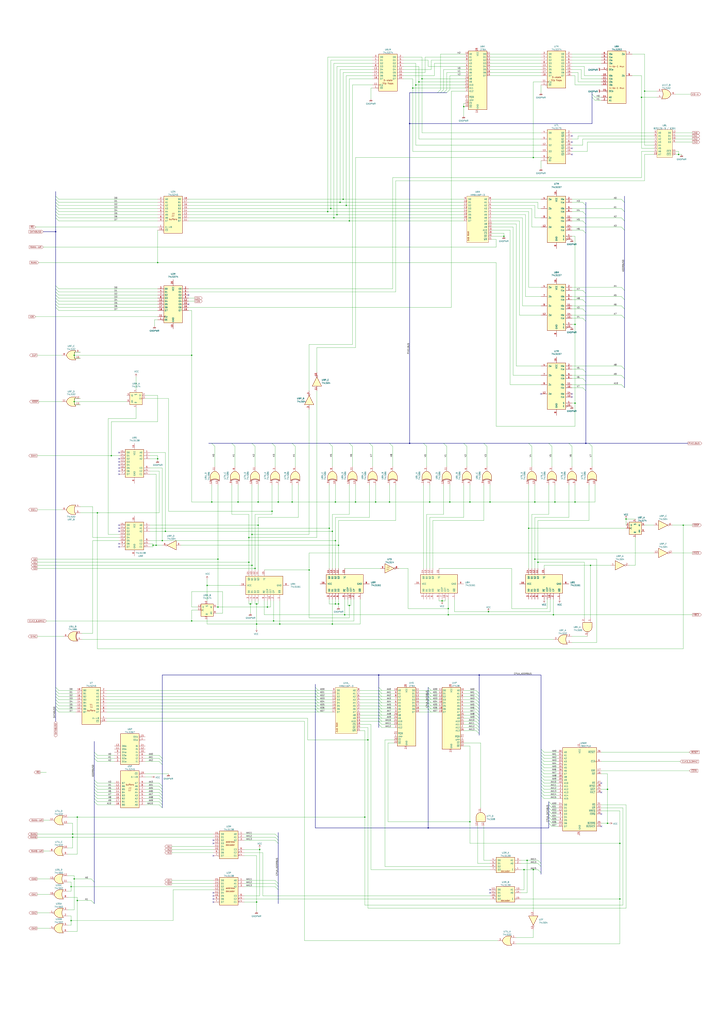
<source format=kicad_sch>
(kicad_sch (version 20211123) (generator eeschema)
  (paper "A1" portrait)
  (title_block (title "EXERION") (rev "A0") (company "JALECO EX-8315") (comment 1 "MADE IN JAPAN") (comment 2 "TRANSCRIBED BY ANTON GALE"))
  (bus_alias "CPUA_ADDRBUS" (members "A0" "A1" "A2" "A3"))
  (bus_alias "ADDRBUS0" (members "A0" "A1" "A2" "A3"))
  (junction (at 336.55 364.49))
  (junction (at 209.55 467.36))
  (junction (at 228.6 412.75))
  (junction (at 45.72 190.5))
  (junction (at 240.03 412.75))
  (junction (at 557.53 127))
  (junction (at 369.57 412.75))
  (junction (at 274.32 179.07))
  (junction (at 170.18 481.33))
  (junction (at 430.53 715.01))
  (junction (at 455.93 412.75))
  (junction (at 454.66 505.46))
  (junction (at 60.96 330.2))
  (junction (at 341.63 69.85))
  (junction (at 279.4 166.37))
  (junction (at 353.06 412.75))
  (junction (at 439.42 459.74))
  (junction (at 129.54 377.19))
  (junction (at 224.79 510.54))
  (junction (at 59.69 688.34))
  (junction (at 368.3 505.46))
  (junction (at 210.82 496.57))
  (junction (at 204.47 462.28))
  (junction (at 204.47 441.96))
  (junction (at 381 87.63))
  (junction (at 287.02 497.84))
  (junction (at 128.27 448.31))
  (junction (at 60.96 292.1))
  (junction (at 63.5 740.41))
  (junction (at 59.69 685.8))
  (junction (at 207.01 464.82))
  (junction (at 499.11 676.91))
  (junction (at 439.42 412.75))
  (junction (at 393.7 554.99))
  (junction (at 91.44 374.65))
  (junction (at 212.09 412.75))
  (junction (at 485.14 464.82))
  (junction (at 509.27 693.42))
  (junction (at 210.82 513.08))
  (junction (at 179.07 499.11))
  (junction (at 302.26 608.33))
  (junction (at 311.15 554.99))
  (junction (at 273.05 513.08))
  (junction (at 401.32 502.92))
  (junction (at 344.17 67.31))
  (junction (at 275.59 444.5))
  (junction (at 561.34 431.8))
  (junction (at 472.44 412.75))
  (junction (at 499.11 648.97))
  (junction (at 287.02 181.61))
  (junction (at 472.44 266.7))
  (junction (at 438.15 715.01))
  (junction (at 270.51 434.34))
  (junction (at 271.78 171.45))
  (junction (at 275.59 412.75))
  (junction (at 58.42 728.98))
  (junction (at 157.48 292.1))
  (junction (at 283.21 505.46))
  (junction (at 441.96 462.28))
  (junction (at 129.54 215.9))
  (junction (at 195.58 412.75))
  (junction (at 529.59 74.93))
  (junction (at 60.96 722.63))
  (junction (at 308.61 412.75))
  (junction (at 284.48 168.91))
  (junction (at 157.48 510.54))
  (junction (at 212.09 431.8))
  (junction (at 125.73 448.31))
  (junction (at 80.01 421.64))
  (junction (at 527.05 80.01))
  (junction (at 278.13 496.57))
  (junction (at 63.5 671.83))
  (junction (at 269.24 173.99))
  (junction (at 434.34 434.34))
  (junction (at 299.72 671.83))
  (junction (at 472.44 331.47))
  (junction (at 438.15 129.54))
  (junction (at 292.1 412.75))
  (junction (at 275.59 496.57))
  (junction (at 281.94 163.83))
  (junction (at 276.86 176.53))
  (junction (at 351.79 680.72))
  (junction (at 207.01 439.42))
  (junction (at 219.71 499.11))
  (junction (at 346.71 64.77))
  (junction (at 229.87 513.08))
  (junction (at 320.04 412.75))
  (junction (at 336.55 101.6))
  (junction (at 223.52 420.37))
  (junction (at 210.82 741.68))
  (junction (at 173.99 412.75))
  (junction (at 386.08 675.64))
  (junction (at 213.36 698.5))
  (junction (at 339.09 72.39))
  (junction (at 514.35 426.72))
  (junction (at 133.35 444.5))
  (junction (at 363.22 494.03))
  (junction (at 58.42 756.92))
  (junction (at 273.05 436.88))
  (junction (at 481.33 364.49))
  (junction (at 386.08 412.75))
  (junction (at 509.27 739.14))
  (junction (at 278.13 448.31))
  (junction (at 179.07 459.74))
  (junction (at 254 468.63))
  (junction (at 135.89 436.88))
  (junction (at 414.02 194.31))
  (junction (at 402.59 412.75))
  (junction (at 368.3 500.38))
  (junction (at 205.74 496.57))
  (junction (at 433.07 707.39))
  (no_connect (at 175.26 693.42))
  (no_connect (at 175.26 703.58))
  (no_connect (at 175.26 690.88))
  (no_connect (at 175.26 734.06))
  (no_connect (at 175.26 736.6))
  (no_connect (at 175.26 741.68))
  (no_connect (at 175.26 739.14))
  (no_connect (at 469.9 111.76))
  (no_connect (at 469.9 116.84))
  (no_connect (at 469.9 121.92))
  (no_connect (at 469.9 127))
  (no_connect (at 494.03 679.45))
  (no_connect (at 154.94 250.19))
  (no_connect (at 97.79 449.58))
  (no_connect (at 97.79 382.27))
  (no_connect (at 154.94 242.57))
  (no_connect (at 97.79 436.88))
  (no_connect (at 494.03 669.29))
  (no_connect (at 494.03 643.89))
  (no_connect (at 494.03 651.51))
  (no_connect (at 469.9 326.39))
  (no_connect (at 402.59 734.06))
  (no_connect (at 402.59 731.52))
  (no_connect (at 97.79 447.04))
  (no_connect (at 97.79 384.81))
  (no_connect (at 97.79 389.89))
  (no_connect (at 97.79 377.19))
  (no_connect (at 97.79 372.11))
  (no_connect (at 97.79 434.34))
  (no_connect (at 444.5 323.85))
  (no_connect (at 469.9 323.85))
  (no_connect (at 97.79 431.8))
  (no_connect (at 97.79 387.35))
  (no_connect (at 97.79 379.73))
  (bus_entry (at 45.72 179.07) (size 2.54 2.54))
  (bus_entry (at 45.72 176.53) (size 2.54 2.54))
  (bus_entry (at 45.72 173.99) (size 2.54 2.54))
  (bus_entry (at 45.72 171.45) (size 2.54 2.54))
  (bus_entry (at 45.72 163.83) (size 2.54 2.54))
  (bus_entry (at 45.72 168.91) (size 2.54 2.54))
  (bus_entry (at 45.72 166.37) (size 2.54 2.54))
  (bus_entry (at 45.72 250.19) (size 2.54 2.54))
  (bus_entry (at 311.15 590.55) (size 2.54 2.54))
  (bus_entry (at 311.15 595.63) (size 2.54 2.54))
  (bus_entry (at 311.15 593.09) (size 2.54 2.54))
  (bus_entry (at 311.15 588.01) (size 2.54 2.54))
  (bus_entry (at 311.15 565.15) (size 2.54 2.54))
  (bus_entry (at 311.15 585.47) (size 2.54 2.54))
  (bus_entry (at 311.15 580.39) (size 2.54 2.54))
  (bus_entry (at 311.15 582.93) (size 2.54 2.54))
  (bus_entry (at 311.15 575.31) (size 2.54 2.54))
  (bus_entry (at 311.15 567.69) (size 2.54 2.54))
  (bus_entry (at 311.15 572.77) (size 2.54 2.54))
  (bus_entry (at 311.15 570.23) (size 2.54 2.54))
  (bus_entry (at 311.15 577.85) (size 2.54 2.54))
  (bus_entry (at 45.72 234.95) (size 2.54 2.54))
  (bus_entry (at 478.79 303.53) (size 2.54 2.54))
  (bus_entry (at 478.79 261.62) (size 2.54 2.54))
  (bus_entry (at 478.79 173.99) (size 2.54 2.54))
  (bus_entry (at 391.16 582.93) (size 2.54 2.54))
  (bus_entry (at 391.16 585.47) (size 2.54 2.54))
  (bus_entry (at 391.16 590.55) (size 2.54 2.54))
  (bus_entry (at 391.16 595.63) (size 2.54 2.54))
  (bus_entry (at 391.16 593.09) (size 2.54 2.54))
  (bus_entry (at 391.16 577.85) (size 2.54 2.54))
  (bus_entry (at 391.16 580.39) (size 2.54 2.54))
  (bus_entry (at 391.16 570.23) (size 2.54 2.54))
  (bus_entry (at 391.16 572.77) (size 2.54 2.54))
  (bus_entry (at 391.16 567.69) (size 2.54 2.54))
  (bus_entry (at 391.16 588.01) (size 2.54 2.54))
  (bus_entry (at 391.16 598.17) (size 2.54 2.54))
  (bus_entry (at 391.16 575.31) (size 2.54 2.54))
  (bus_entry (at 45.72 237.49) (size 2.54 2.54))
  (bus_entry (at 397.51 364.49) (size 2.54 2.54))
  (bus_entry (at 483.87 364.49) (size 2.54 2.54))
  (bus_entry (at 434.34 364.49) (size 2.54 2.54))
  (bus_entry (at 270.51 364.49) (size 2.54 2.54))
  (bus_entry (at 240.03 364.49) (size 2.54 2.54))
  (bus_entry (at 207.01 364.49) (size 2.54 2.54))
  (bus_entry (at 45.72 245.11) (size 2.54 2.54))
  (bus_entry (at 510.54 316.23) (size 2.54 2.54))
  (bus_entry (at 391.16 600.71) (size 2.54 2.54))
  (bus_entry (at 320.04 364.49) (size 2.54 2.54))
  (bus_entry (at 510.54 236.22) (size 2.54 2.54))
  (bus_entry (at 361.95 73.66) (size -2.54 2.54))
  (bus_entry (at 478.79 166.37) (size 2.54 2.54))
  (bus_entry (at 478.79 238.76) (size 2.54 2.54))
  (bus_entry (at 45.72 161.29) (size 2.54 2.54))
  (bus_entry (at 361.95 76.2) (size 2.54 -2.54))
  (bus_entry (at 364.49 76.2) (size 2.54 -2.54))
  (bus_entry (at 367.03 76.2) (size 2.54 -2.54))
  (bus_entry (at 45.72 577.85) (size 2.54 2.54))
  (bus_entry (at 45.72 575.31) (size 2.54 2.54))
  (bus_entry (at 45.72 572.77) (size 2.54 2.54))
  (bus_entry (at 45.72 570.23) (size 2.54 2.54))
  (bus_entry (at 45.72 567.69) (size 2.54 2.54))
  (bus_entry (at 45.72 565.15) (size 2.54 2.54))
  (bus_entry (at 45.72 582.93) (size 2.54 2.54))
  (bus_entry (at 45.72 580.39) (size 2.54 2.54))
  (bus_entry (at 467.36 364.49) (size 2.54 2.54))
  (bus_entry (at 510.54 300.99) (size 2.54 2.54))
  (bus_entry (at 444.5 646.43) (size 2.54 2.54))
  (bus_entry (at 444.5 643.89) (size 2.54 2.54))
  (bus_entry (at 444.5 641.35) (size 2.54 2.54))
  (bus_entry (at 444.5 638.81) (size 2.54 2.54))
  (bus_entry (at 444.5 636.27) (size 2.54 2.54))
  (bus_entry (at 444.5 633.73) (size 2.54 2.54))
  (bus_entry (at 444.5 631.19) (size 2.54 2.54))
  (bus_entry (at 444.5 654.05) (size 2.54 2.54))
  (bus_entry (at 444.5 648.97) (size 2.54 2.54))
  (bus_entry (at 444.5 651.51) (size 2.54 2.54))
  (bus_entry (at 444.5 621.03) (size 2.54 2.54))
  (bus_entry (at 444.5 618.49) (size 2.54 2.54))
  (bus_entry (at 444.5 615.95) (size 2.54 2.54))
  (bus_entry (at 444.5 628.65) (size 2.54 2.54))
  (bus_entry (at 444.5 623.57) (size 2.54 2.54))
  (bus_entry (at 444.5 626.11) (size 2.54 2.54))
  (bus_entry (at 486.41 77.47) (size 2.54 2.54))
  (bus_entry (at 486.41 80.01) (size 2.54 2.54))
  (bus_entry (at 287.02 364.49) (size 2.54 2.54))
  (bus_entry (at 478.79 189.23) (size 2.54 2.54))
  (bus_entry (at 45.72 252.73) (size 2.54 2.54))
  (bus_entry (at 74.93 740.41) (size 2.54 2.54))
  (bus_entry (at 74.93 722.63) (size 2.54 2.54))
  (bus_entry (at 223.52 364.49) (size 2.54 2.54))
  (bus_entry (at 381 364.49) (size 2.54 2.54))
  (bus_entry (at 364.49 364.49) (size 2.54 2.54))
  (bus_entry (at 478.79 254) (size 2.54 2.54))
  (bus_entry (at 45.72 242.57) (size 2.54 2.54))
  (bus_entry (at 226.06 688.34) (size 2.54 2.54))
  (bus_entry (at 226.06 685.8) (size 2.54 2.54))
  (bus_entry (at 226.06 690.88) (size 2.54 2.54))
  (bus_entry (at 226.06 726.44) (size 2.54 2.54))
  (bus_entry (at 226.06 728.98) (size 2.54 2.54))
  (bus_entry (at 226.06 723.9) (size 2.54 2.54))
  (bus_entry (at 510.54 259.08) (size 2.54 2.54))
  (bus_entry (at 130.81 659.13) (size 2.54 2.54))
  (bus_entry (at 130.81 661.67) (size 2.54 2.54))
  (bus_entry (at 130.81 656.59) (size 2.54 2.54))
  (bus_entry (at 130.81 651.51) (size 2.54 2.54))
  (bus_entry (at 130.81 646.43) (size 2.54 2.54))
  (bus_entry (at 130.81 648.97) (size 2.54 2.54))
  (bus_entry (at 130.81 654.05) (size 2.54 2.54))
  (bus_entry (at 130.81 623.57) (size 2.54 2.54))
  (bus_entry (at 130.81 621.03) (size 2.54 2.54))
  (bus_entry (at 130.81 626.11) (size 2.54 2.54))
  (bus_entry (at 130.81 643.89) (size 2.54 2.54))
  (bus_entry (at 77.47 618.49) (size 2.54 2.54))
  (bus_entry (at 77.47 621.03) (size 2.54 2.54))
  (bus_entry (at 77.47 623.57) (size 2.54 2.54))
  (bus_entry (at 45.72 240.03) (size 2.54 2.54))
  (bus_entry (at 510.54 163.83) (size 2.54 2.54))
  (bus_entry (at 450.85 671.83) (size 2.54 2.54))
  (bus_entry (at 450.85 676.91) (size 2.54 2.54))
  (bus_entry (at 450.85 669.29) (size 2.54 2.54))
  (bus_entry (at 450.85 674.37) (size 2.54 2.54))
  (bus_entry (at 450.85 659.13) (size 2.54 2.54))
  (bus_entry (at 450.85 661.67) (size 2.54 2.54))
  (bus_entry (at 450.85 664.21) (size 2.54 2.54))
  (bus_entry (at 450.85 666.75) (size 2.54 2.54))
  (bus_entry (at 478.79 246.38) (size 2.54 2.54))
  (bus_entry (at 510.54 179.07) (size 2.54 2.54))
  (bus_entry (at 45.72 247.65) (size 2.54 2.54))
  (bus_entry (at 478.79 181.61) (size 2.54 2.54))
  (bus_entry (at 190.5 364.49) (size 2.54 2.54))
  (bus_entry (at 303.53 364.49) (size 2.54 2.54))
  (bus_entry (at 510.54 251.46) (size 2.54 2.54))
  (bus_entry (at 478.79 311.15) (size 2.54 2.54))
  (bus_entry (at 478.79 318.77) (size 2.54 2.54))
  (bus_entry (at 510.54 186.69) (size 2.54 2.54))
  (bus_entry (at 77.47 659.13) (size 2.54 2.54))
  (bus_entry (at 77.47 656.59) (size 2.54 2.54))
  (bus_entry (at 77.47 641.35) (size 2.54 2.54))
  (bus_entry (at 77.47 654.05) (size 2.54 2.54))
  (bus_entry (at 77.47 651.51) (size 2.54 2.54))
  (bus_entry (at 77.47 648.97) (size 2.54 2.54))
  (bus_entry (at 77.47 643.89) (size 2.54 2.54))
  (bus_entry (at 77.47 646.43) (size 2.54 2.54))
  (bus_entry (at 259.08 565.15) (size 2.54 2.54))
  (bus_entry (at 173.99 364.49) (size 2.54 2.54))
  (bus_entry (at 259.08 575.31) (size 2.54 2.54))
  (bus_entry (at 259.08 577.85) (size 2.54 2.54))
  (bus_entry (at 259.08 572.77) (size 2.54 2.54))
  (bus_entry (at 259.08 570.23) (size 2.54 2.54))
  (bus_entry (at 259.08 567.69) (size 2.54 2.54))
  (bus_entry (at 259.08 582.93) (size 2.54 2.54))
  (bus_entry (at 259.08 580.39) (size 2.54 2.54))
  (bus_entry (at 450.85 364.49) (size 2.54 2.54))
  (bus_entry (at 351.79 582.93) (size 2.54 2.54))
  (bus_entry (at 351.79 572.77) (size 2.54 2.54))
  (bus_entry (at 351.79 565.15) (size 2.54 2.54))
  (bus_entry (at 351.79 580.39) (size 2.54 2.54))
  (bus_entry (at 351.79 575.31) (size 2.54 2.54))
  (bus_entry (at 351.79 567.69) (size 2.54 2.54))
  (bus_entry (at 351.79 570.23) (size 2.54 2.54))
  (bus_entry (at 351.79 577.85) (size 2.54 2.54))
  (bus_entry (at 347.98 364.49) (size 2.54 2.54))
  (bus_entry (at 510.54 243.84) (size 2.54 2.54))
  (bus_entry (at 510.54 171.45) (size 2.54 2.54))
  (bus_entry (at 510.54 308.61) (size 2.54 2.54))
  (bus_entry (at 441.96 707.39) (size 2.54 2.54))
  (bus_entry (at 441.96 715.01) (size 2.54 2.54))
  (bus_entry (at 441.96 709.93) (size 2.54 2.54))
  (wire (pts (xy 254 336.55) (xy 254 439.42)))
  (bus (pts (xy 311.15 580.39) (xy 311.15 582.93)))
  (wire (pts (xy 154.94 173.99) (xy 269.24 173.99)))
  (wire (pts (xy 469.9 243.84) (xy 510.54 243.84)))
  (wire (pts (xy 154.94 166.37) (xy 279.4 166.37)))
  (wire (pts (xy 529.59 74.93) (xy 539.75 74.93)))
  (wire (pts (xy 140.97 701.04) (xy 175.26 701.04)))
  (wire (pts (xy 182.88 486.41) (xy 157.48 486.41)))
  (wire (pts (xy 129.54 377.19) (xy 129.54 378.46)))
  (wire (pts (xy 344.17 580.39) (xy 351.79 580.39)))
  (wire (pts (xy 322.58 237.49) (xy 322.58 146.05)))
  (wire (pts (xy 472.44 398.78) (xy 472.44 412.75)))
  (wire (pts (xy 76.2 441.96) (xy 76.2 416.56)))
  (wire (pts (xy 561.34 431.8) (xy 568.96 431.8)))
  (wire (pts (xy 215.9 701.04) (xy 215.9 736.6)))
  (wire (pts (xy 157.48 510.54) (xy 224.79 510.54)))
  (bus (pts (xy 311.15 570.23) (xy 311.15 572.77)))
  (wire (pts (xy 287.02 497.84) (xy 288.29 497.84)))
  (bus (pts (xy 133.35 628.65) (xy 133.35 646.43)))
  (wire (pts (xy 67.31 525.78) (xy 454.66 525.78)))
  (bus (pts (xy 450.85 664.21) (xy 450.85 666.75)))
  (bus (pts (xy 45.72 247.65) (xy 45.72 250.19)))
  (wire (pts (xy 469.9 308.61) (xy 510.54 308.61)))
  (wire (pts (xy 308.61 412.75) (xy 320.04 412.75)))
  (wire (pts (xy 242.57 383.54) (xy 242.57 367.03)))
  (wire (pts (xy 453.39 674.37) (xy 458.47 674.37)))
  (wire (pts (xy 306.07 62.23) (xy 284.48 62.23)))
  (wire (pts (xy 351.79 567.69) (xy 354.33 567.69)))
  (bus (pts (xy 513.08 161.29) (xy 513.08 166.37)))
  (wire (pts (xy 129.54 325.12) (xy 129.54 346.71)))
  (bus (pts (xy 393.7 593.09) (xy 393.7 595.63)))
  (bus (pts (xy 133.35 654.05) (xy 133.35 656.59)))
  (wire (pts (xy 344.17 577.85) (xy 351.79 577.85)))
  (wire (pts (xy 306.07 49.53) (xy 271.78 49.53)))
  (wire (pts (xy 179.07 398.78) (xy 179.07 459.74)))
  (wire (pts (xy 351.79 575.31) (xy 354.33 575.31)))
  (wire (pts (xy 331.47 49.53) (xy 351.79 49.53)))
  (wire (pts (xy 311.15 585.47) (xy 313.69 585.47)))
  (wire (pts (xy 344.17 582.93) (xy 351.79 582.93)))
  (bus (pts (xy 351.79 582.93) (xy 351.79 680.72)))
  (wire (pts (xy 427.99 731.52) (xy 430.53 731.52)))
  (wire (pts (xy 420.37 500.38) (xy 449.58 500.38)))
  (wire (pts (xy 325.12 148.59) (xy 529.59 148.59)))
  (wire (pts (xy 467.36 398.78) (xy 467.36 425.45)))
  (bus (pts (xy 351.79 572.77) (xy 351.79 575.31)))
  (wire (pts (xy 306.07 72.39) (xy 304.8 72.39)))
  (wire (pts (xy 402.59 709.93) (xy 392.43 709.93)))
  (bus (pts (xy 270.51 364.49) (xy 287.02 364.49)))
  (bus (pts (xy 393.7 554.99) (xy 393.7 570.23)))
  (wire (pts (xy 354.33 575.31) (xy 360.68 575.31)))
  (wire (pts (xy 514.35 661.67) (xy 514.35 746.76)))
  (wire (pts (xy 474.98 111.76) (xy 537.21 111.76)))
  (bus (pts (xy 77.47 609.6) (xy 77.47 618.49)))
  (wire (pts (xy 295.91 590.55) (xy 311.15 590.55)))
  (wire (pts (xy 205.74 496.57) (xy 207.01 496.57)))
  (wire (pts (xy 383.54 367.03) (xy 383.54 383.54)))
  (wire (pts (xy 59.69 685.8) (xy 30.48 685.8)))
  (wire (pts (xy 213.36 736.6) (xy 213.36 698.5)))
  (wire (pts (xy 351.79 582.93) (xy 354.33 582.93)))
  (wire (pts (xy 351.79 577.85) (xy 354.33 577.85)))
  (wire (pts (xy 444.5 59.69) (xy 402.59 59.69)))
  (wire (pts (xy 373.38 492.76) (xy 373.38 502.92)))
  (wire (pts (xy 140.97 726.44) (xy 175.26 726.44)))
  (wire (pts (xy 469.9 300.99) (xy 510.54 300.99)))
  (wire (pts (xy 55.88 753.11) (xy 58.42 753.11)))
  (wire (pts (xy 537.21 454.66) (xy 254 454.66)))
  (wire (pts (xy 554.99 127) (xy 557.53 127)))
  (bus (pts (xy 513.08 181.61) (xy 513.08 189.23)))
  (wire (pts (xy 275.59 425.45) (xy 303.53 425.45)))
  (wire (pts (xy 331.47 62.23) (xy 356.87 62.23)))
  (wire (pts (xy 135.89 372.11) (xy 135.89 436.88)))
  (wire (pts (xy 276.86 176.53) (xy 381 176.53)))
  (wire (pts (xy 193.04 383.54) (xy 193.04 367.03)))
  (wire (pts (xy 363.22 494.03) (xy 365.76 494.03)))
  (wire (pts (xy 347.98 398.78) (xy 347.98 467.36)))
  (bus (pts (xy 35.56 190.5) (xy 45.72 190.5)))
  (bus (pts (xy 77.47 651.51) (xy 77.47 654.05)))
  (wire (pts (xy 200.66 685.8) (xy 226.06 685.8)))
  (wire (pts (xy 154.94 255.27) (xy 157.48 255.27)))
  (wire (pts (xy 289.56 69.85) (xy 289.56 283.21)))
  (bus (pts (xy 481.33 241.3) (xy 481.33 248.92)))
  (wire (pts (xy 295.91 588.01) (xy 311.15 588.01)))
  (wire (pts (xy 438.15 67.31) (xy 444.5 67.31)))
  (wire (pts (xy 453.39 676.91) (xy 458.47 676.91)))
  (wire (pts (xy 447.04 633.73) (xy 458.47 633.73)))
  (wire (pts (xy 447.04 643.89) (xy 458.47 643.89)))
  (wire (pts (xy 60.96 722.63) (xy 60.96 748.03)))
  (wire (pts (xy 424.18 184.15) (xy 424.18 300.99)))
  (wire (pts (xy 313.69 585.47) (xy 323.85 585.47)))
  (wire (pts (xy 477.52 57.15) (xy 477.52 64.77)))
  (wire (pts (xy 270.51 434.34) (xy 270.51 398.78)))
  (wire (pts (xy 427.99 707.39) (xy 433.07 707.39)))
  (wire (pts (xy 381 582.93) (xy 391.16 582.93)))
  (wire (pts (xy 200.66 726.44) (xy 226.06 726.44)))
  (wire (pts (xy 273.05 492.76) (xy 273.05 513.08)))
  (bus (pts (xy 444.5 709.93) (xy 444.5 712.47)))
  (wire (pts (xy 313.69 588.01) (xy 323.85 588.01)))
  (wire (pts (xy 306.07 383.54) (xy 306.07 367.03)))
  (wire (pts (xy 48.26 250.19) (xy 129.54 250.19)))
  (bus (pts (xy 287.02 364.49) (xy 303.53 364.49)))
  (wire (pts (xy 447.04 646.43) (xy 458.47 646.43)))
  (wire (pts (xy 261.62 567.69) (xy 273.05 567.69)))
  (bus (pts (xy 481.33 248.92) (xy 481.33 256.54)))
  (wire (pts (xy 381 570.23) (xy 391.16 570.23)))
  (wire (pts (xy 295.91 585.47) (xy 311.15 585.47)))
  (wire (pts (xy 80.01 654.05) (xy 93.98 654.05)))
  (wire (pts (xy 438.15 764.54) (xy 438.15 770.89)))
  (wire (pts (xy 58.42 725.17) (xy 58.42 728.98)))
  (wire (pts (xy 80.01 651.51) (xy 93.98 651.51)))
  (wire (pts (xy 469.9 171.45) (xy 510.54 171.45)))
  (wire (pts (xy 295.91 513.08) (xy 273.05 513.08)))
  (wire (pts (xy 514.35 426.72) (xy 521.97 426.72)))
  (wire (pts (xy 439.42 168.91) (xy 439.42 179.07)))
  (wire (pts (xy 449.58 500.38) (xy 449.58 492.76)))
  (wire (pts (xy 434.34 173.99) (xy 434.34 236.22)))
  (wire (pts (xy 299.72 600.71) (xy 295.91 600.71)))
  (wire (pts (xy 313.69 580.39) (xy 323.85 580.39)))
  (wire (pts (xy 365.76 494.03) (xy 365.76 492.76)))
  (bus (pts (xy 444.5 623.57) (xy 444.5 626.11)))
  (wire (pts (xy 382.27 54.61) (xy 351.79 54.61)))
  (wire (pts (xy 259.08 567.69) (xy 261.62 567.69)))
  (wire (pts (xy 60.96 722.63) (xy 74.93 722.63)))
  (wire (pts (xy 414.02 191.77) (xy 414.02 194.31)))
  (wire (pts (xy 190.5 398.78) (xy 190.5 422.91)))
  (bus (pts (xy 77.47 654.05) (xy 77.47 656.59)))
  (wire (pts (xy 381 87.63) (xy 382.27 87.63)))
  (wire (pts (xy 87.63 585.47) (xy 261.62 585.47)))
  (wire (pts (xy 313.69 570.23) (xy 323.85 570.23)))
  (bus (pts (xy 45.72 237.49) (xy 45.72 240.03)))
  (bus (pts (xy 259.08 582.93) (xy 259.08 680.72)))
  (wire (pts (xy 111.76 335.28) (xy 111.76 344.17)))
  (wire (pts (xy 55.88 725.17) (xy 58.42 725.17)))
  (wire (pts (xy 488.95 412.75) (xy 488.95 398.78)))
  (wire (pts (xy 87.63 577.85) (xy 259.08 577.85)))
  (wire (pts (xy 439.42 398.78) (xy 439.42 412.75)))
  (wire (pts (xy 474.98 114.3) (xy 474.98 111.76)))
  (wire (pts (xy 364.49 398.78) (xy 364.49 422.91)))
  (bus (pts (xy 481.33 321.31) (xy 481.33 364.49)))
  (wire (pts (xy 444.5 109.22) (xy 346.71 109.22)))
  (bus (pts (xy 513.08 311.15) (xy 513.08 318.77)))
  (wire (pts (xy 48.26 245.11) (xy 129.54 245.11)))
  (bus (pts (xy 259.08 572.77) (xy 259.08 575.31)))
  (wire (pts (xy 212.09 431.8) (xy 212.09 468.63)))
  (wire (pts (xy 453.39 664.21) (xy 458.47 664.21)))
  (wire (pts (xy 436.88 422.91) (xy 436.88 467.36)))
  (bus (pts (xy 483.87 364.49) (xy 565.15 364.49)))
  (wire (pts (xy 63.5 671.83) (xy 55.88 671.83)))
  (wire (pts (xy 421.64 186.69) (xy 421.64 308.61)))
  (wire (pts (xy 433.07 734.06) (xy 433.07 707.39)))
  (wire (pts (xy 48.26 570.23) (xy 62.23 570.23)))
  (wire (pts (xy 469.9 236.22) (xy 510.54 236.22)))
  (wire (pts (xy 278.13 427.99) (xy 278.13 448.31)))
  (wire (pts (xy 274.32 52.07) (xy 274.32 179.07)))
  (wire (pts (xy 403.86 171.45) (xy 436.88 171.45)))
  (wire (pts (xy 381 613.41) (xy 386.08 613.41)))
  (wire (pts (xy 138.43 327.66) (xy 119.38 327.66)))
  (wire (pts (xy 354.33 582.93) (xy 360.68 582.93)))
  (wire (pts (xy 196.85 481.33) (xy 170.18 481.33)))
  (bus (pts (xy 450.85 671.83) (xy 450.85 674.37)))
  (wire (pts (xy 557.53 124.46) (xy 557.53 127)))
  (wire (pts (xy 154.94 163.83) (xy 281.94 163.83)))
  (wire (pts (xy 311.15 593.09) (xy 313.69 593.09)))
  (wire (pts (xy 48.26 242.57) (xy 129.54 242.57)))
  (wire (pts (xy 397.51 398.78) (xy 397.51 427.99)))
  (wire (pts (xy 123.19 436.88) (xy 135.89 436.88)))
  (wire (pts (xy 302.26 608.33) (xy 302.26 598.17)))
  (wire (pts (xy 66.04 327.66) (xy 60.96 327.66)))
  (wire (pts (xy 55.88 720.09) (xy 60.96 720.09)))
  (wire (pts (xy 260.35 321.31) (xy 260.35 441.96)))
  (wire (pts (xy 350.52 422.91) (xy 350.52 467.36)))
  (wire (pts (xy 424.18 300.99) (xy 444.5 300.99)))
  (bus (pts (xy 311.15 577.85) (xy 311.15 580.39)))
  (wire (pts (xy 119.38 621.03) (xy 130.81 621.03)))
  (wire (pts (xy 48.26 575.31) (xy 62.23 575.31)))
  (wire (pts (xy 290.83 510.54) (xy 290.83 492.76)))
  (bus (pts (xy 45.72 176.53) (xy 45.72 179.07)))
  (wire (pts (xy 382.27 74.93) (xy 370.84 74.93)))
  (wire (pts (xy 200.66 690.88) (xy 226.06 690.88)))
  (wire (pts (xy 447.04 618.49) (xy 458.47 618.49)))
  (wire (pts (xy 494.03 676.91) (xy 499.11 676.91)))
  (bus (pts (xy 481.33 364.49) (xy 483.87 364.49)))
  (wire (pts (xy 177.8 499.11) (xy 179.07 499.11)))
  (wire (pts (xy 119.38 661.67) (xy 130.81 661.67)))
  (wire (pts (xy 177.8 504.19) (xy 182.88 504.19)))
  (bus (pts (xy 359.41 76.2) (xy 361.95 76.2)))
  (wire (pts (xy 154.94 181.61) (xy 287.02 181.61)))
  (wire (pts (xy 306.07 46.99) (xy 269.24 46.99)))
  (bus (pts (xy 133.35 648.97) (xy 133.35 651.51)))
  (wire (pts (xy 289.56 283.21) (xy 254 283.21)))
  (wire (pts (xy 80.01 626.11) (xy 93.98 626.11)))
  (wire (pts (xy 223.52 420.37) (xy 223.52 422.91)))
  (wire (pts (xy 48.26 567.69) (xy 62.23 567.69)))
  (wire (pts (xy 138.43 420.37) (xy 138.43 327.66)))
  (wire (pts (xy 48.26 252.73) (xy 129.54 252.73)))
  (wire (pts (xy 469.9 318.77) (xy 478.79 318.77)))
  (wire (pts (xy 154.94 237.49) (xy 322.58 237.49)))
  (bus (pts (xy 45.72 245.11) (xy 45.72 247.65)))
  (wire (pts (xy 179.07 499.11) (xy 219.71 499.11)))
  (wire (pts (xy 397.51 679.45) (xy 397.51 707.39)))
  (wire (pts (xy 381 567.69) (xy 391.16 567.69)))
  (bus (pts (xy 481.33 313.69) (xy 481.33 321.31)))
  (wire (pts (xy 91.44 374.65) (xy 97.79 374.65)))
  (wire (pts (xy 207.01 398.78) (xy 207.01 439.42)))
  (wire (pts (xy 441.96 166.37) (xy 441.96 171.45)))
  (wire (pts (xy 223.52 422.91) (xy 209.55 422.91)))
  (wire (pts (xy 229.87 513.08) (xy 210.82 513.08)))
  (wire (pts (xy 204.47 422.91) (xy 204.47 441.96)))
  (wire (pts (xy 474.98 59.69) (xy 474.98 67.31)))
  (wire (pts (xy 529.59 119.38) (xy 537.21 119.38)))
  (wire (pts (xy 60.96 332.74) (xy 66.04 332.74)))
  (wire (pts (xy 204.47 441.96) (xy 204.47 462.28)))
  (bus (pts (xy 393.7 580.39) (xy 393.7 582.93)))
  (wire (pts (xy 509.27 693.42) (xy 509.27 739.14)))
  (wire (pts (xy 469.9 44.45) (xy 494.03 44.45)))
  (wire (pts (xy 157.48 499.11) (xy 162.56 499.11)))
  (wire (pts (xy 170.18 481.33) (xy 170.18 476.25)))
  (wire (pts (xy 403.86 196.85) (xy 407.67 196.85)))
  (wire (pts (xy 381 585.47) (xy 391.16 585.47)))
  (wire (pts (xy 133.35 444.5) (xy 275.59 444.5)))
  (bus (pts (xy 351.79 567.69) (xy 351.79 570.23)))
  (wire (pts (xy 346.71 46.99) (xy 331.47 46.99)))
  (wire (pts (xy 119.38 656.59) (xy 130.81 656.59)))
  (wire (pts (xy 133.35 448.31) (xy 128.27 448.31)))
  (wire (pts (xy 50.8 330.2) (xy 31.75 330.2)))
  (wire (pts (xy 306.07 52.07) (xy 274.32 52.07)))
  (bus (pts (xy 133.35 646.43) (xy 133.35 648.97)))
  (wire (pts (xy 311.15 588.01) (xy 313.69 588.01)))
  (wire (pts (xy 444.5 46.99) (xy 402.59 46.99)))
  (wire (pts (xy 302.26 608.33) (xy 252.73 608.33)))
  (bus (pts (xy 259.08 575.31) (xy 259.08 577.85)))
  (bus (pts (xy 444.5 554.99) (xy 444.5 615.95)))
  (wire (pts (xy 427.99 709.93) (xy 441.96 709.93)))
  (bus (pts (xy 364.49 364.49) (xy 381 364.49)))
  (bus (pts (xy 361.95 76.2) (xy 364.49 76.2)))
  (bus (pts (xy 351.79 580.39) (xy 351.79 582.93)))
  (wire (pts (xy 313.69 572.77) (xy 323.85 572.77)))
  (bus (pts (xy 481.33 256.54) (xy 481.33 264.16)))
  (wire (pts (xy 261.62 582.93) (xy 273.05 582.93)))
  (bus (pts (xy 320.04 364.49) (xy 336.55 364.49)))
  (wire (pts (xy 469.9 246.38) (xy 478.79 246.38)))
  (wire (pts (xy 557.53 127) (xy 560.07 127)))
  (wire (pts (xy 38.1 510.54) (xy 157.48 510.54)))
  (wire (pts (xy 273.05 513.08) (xy 229.87 513.08)))
  (wire (pts (xy 157.48 501.65) (xy 157.48 510.54)))
  (wire (pts (xy 223.52 398.78) (xy 223.52 420.37)))
  (wire (pts (xy 316.23 608.33) (xy 323.85 608.33)))
  (wire (pts (xy 447.04 638.81) (xy 458.47 638.81)))
  (wire (pts (xy 261.62 572.77) (xy 273.05 572.77)))
  (wire (pts (xy 426.72 259.08) (xy 444.5 259.08)))
  (wire (pts (xy 88.9 439.42) (xy 97.79 439.42)))
  (wire (pts (xy 344.17 67.31) (xy 382.27 67.31)))
  (bus (pts (xy 351.79 565.15) (xy 351.79 567.69)))
  (wire (pts (xy 289.56 383.54) (xy 289.56 367.03)))
  (bus (pts (xy 393.7 598.17) (xy 393.7 600.71)))
  (bus (pts (xy 77.47 656.59) (xy 77.47 659.13)))
  (wire (pts (xy 63.5 737.87) (xy 63.5 740.41)))
  (bus (pts (xy 444.5 628.65) (xy 444.5 631.19)))
  (wire (pts (xy 318.77 610.87) (xy 318.77 675.64)))
  (wire (pts (xy 335.28 500.38) (xy 368.3 500.38)))
  (wire (pts (xy 313.69 598.17) (xy 323.85 598.17)))
  (wire (pts (xy 351.79 580.39) (xy 354.33 580.39)))
  (wire (pts (xy 123.19 384.81) (xy 133.35 384.81)))
  (wire (pts (xy 400.05 383.54) (xy 400.05 367.03)))
  (wire (pts (xy 311.15 575.31) (xy 313.69 575.31)))
  (wire (pts (xy 469.9 59.69) (xy 474.98 59.69)))
  (bus (pts (xy 133.35 661.67) (xy 133.35 664.21)))
  (wire (pts (xy 311.15 567.69) (xy 313.69 567.69)))
  (wire (pts (xy 35.56 674.37) (xy 40.64 674.37)))
  (wire (pts (xy 48.26 163.83) (xy 129.54 163.83)))
  (bus (pts (xy 351.79 575.31) (xy 351.79 577.85)))
  (bus (pts (xy 45.72 567.69) (xy 45.72 570.23)))
  (wire (pts (xy 123.19 444.5) (xy 133.35 444.5)))
  (wire (pts (xy 469.9 54.61) (xy 480.06 54.61)))
  (wire (pts (xy 403.86 168.91) (xy 439.42 168.91)))
  (wire (pts (xy 60.96 330.2) (xy 60.96 332.74)))
  (wire (pts (xy 80.01 646.43) (xy 93.98 646.43)))
  (wire (pts (xy 80.01 648.97) (xy 93.98 648.97)))
  (wire (pts (xy 381 593.09) (xy 391.16 593.09)))
  (bus (pts (xy 303.53 364.49) (xy 320.04 364.49)))
  (wire (pts (xy 325.12 427.99) (xy 325.12 398.78)))
  (wire (pts (xy 287.02 422.91) (xy 273.05 422.91)))
  (wire (pts (xy 368.3 505.46) (xy 368.3 500.38)))
  (wire (pts (xy 217.17 468.63) (xy 254 468.63)))
  (wire (pts (xy 299.72 744.22) (xy 299.72 671.83)))
  (bus (pts (xy 45.72 190.5) (xy 45.72 234.95)))
  (wire (pts (xy 127 262.89) (xy 129.54 262.89)))
  (wire (pts (xy 35.56 699.77) (xy 40.64 699.77)))
  (wire (pts (xy 454.66 505.46) (xy 568.96 505.46)))
  (wire (pts (xy 80.01 656.59) (xy 93.98 656.59)))
  (wire (pts (xy 529.59 431.8) (xy 537.21 431.8)))
  (wire (pts (xy 344.17 567.69) (xy 351.79 567.69)))
  (wire (pts (xy 275.59 496.57) (xy 275.59 492.76)))
  (wire (pts (xy 306.07 64.77) (xy 287.02 64.77)))
  (wire (pts (xy 447.04 621.03) (xy 458.47 621.03)))
  (wire (pts (xy 472.44 266.7) (xy 472.44 331.47)))
  (wire (pts (xy 554.99 77.47) (xy 567.69 77.47)))
  (bus (pts (xy 311.15 575.31) (xy 311.15 577.85)))
  (bus (pts (xy 45.72 572.77) (xy 45.72 575.31)))
  (wire (pts (xy 480.06 62.23) (xy 494.03 62.23)))
  (wire (pts (xy 438.15 129.54) (xy 292.1 129.54)))
  (wire (pts (xy 381 595.63) (xy 391.16 595.63)))
  (wire (pts (xy 140.97 723.9) (xy 175.26 723.9)))
  (wire (pts (xy 509.27 775.97) (xy 424.18 775.97)))
  (wire (pts (xy 360.68 494.03) (xy 363.22 494.03)))
  (wire (pts (xy 403.86 184.15) (xy 424.18 184.15)))
  (wire (pts (xy 351.79 54.61) (xy 351.79 49.53)))
  (wire (pts (xy 292.1 412.75) (xy 308.61 412.75)))
  (bus (pts (xy 190.5 364.49) (xy 207.01 364.49)))
  (wire (pts (xy 469.9 261.62) (xy 478.79 261.62)))
  (wire (pts (xy 58.42 756.92) (xy 58.42 760.73)))
  (wire (pts (xy 381 610.87) (xy 394.97 610.87)))
  (wire (pts (xy 123.19 447.04) (xy 125.73 447.04)))
  (bus (pts (xy 45.72 250.19) (xy 45.72 252.73)))
  (bus (pts (xy 45.72 565.15) (xy 45.72 567.69)))
  (bus (pts (xy 228.6 684.53) (xy 228.6 688.34)))
  (wire (pts (xy 48.26 179.07) (xy 129.54 179.07)))
  (wire (pts (xy 554.99 124.46) (xy 557.53 124.46)))
  (wire (pts (xy 285.75 492.76) (xy 285.75 497.84)))
  (wire (pts (xy 125.73 448.31) (xy 125.73 449.58)))
  (bus (pts (xy 513.08 246.38) (xy 513.08 254)))
  (wire (pts (xy 123.19 434.34) (xy 270.51 434.34)))
  (wire (pts (xy 306.07 57.15) (xy 279.4 57.15)))
  (wire (pts (xy 170.18 513.08) (xy 210.82 513.08)))
  (wire (pts (xy 474.98 67.31) (xy 494.03 67.31)))
  (wire (pts (xy 123.19 374.65) (xy 129.54 374.65)))
  (wire (pts (xy 469.9 166.37) (xy 478.79 166.37)))
  (wire (pts (xy 401.32 502.92) (xy 452.12 502.92)))
  (wire (pts (xy 162.56 501.65) (xy 157.48 501.65)))
  (wire (pts (xy 219.71 499.11) (xy 219.71 494.03)))
  (wire (pts (xy 58.42 728.98) (xy 175.26 728.98)))
  (wire (pts (xy 419.1 316.23) (xy 444.5 316.23)))
  (bus (pts (xy 444.5 712.47) (xy 444.5 717.55)))
  (wire (pts (xy 60.96 289.56) (xy 60.96 292.1)))
  (wire (pts (xy 403.86 163.83) (xy 444.5 163.83)))
  (bus (pts (xy 259.08 567.69) (xy 259.08 570.23)))
  (wire (pts (xy 306.07 69.85) (xy 289.56 69.85)))
  (wire (pts (xy 209.55 467.36) (xy 209.55 468.63)))
  (wire (pts (xy 190.5 422.91) (xy 204.47 422.91)))
  (bus (pts (xy 77.47 621.03) (xy 77.47 623.57)))
  (wire (pts (xy 254 439.42) (xy 207.01 439.42)))
  (bus (pts (xy 393.7 572.77) (xy 393.7 575.31)))
  (wire (pts (xy 419.1 189.23) (xy 419.1 316.23)))
  (wire (pts (xy 48.26 237.49) (xy 129.54 237.49)))
  (wire (pts (xy 349.25 59.69) (xy 331.47 59.69)))
  (wire (pts (xy 223.52 420.37) (xy 138.43 420.37)))
  (wire (pts (xy 354.33 567.69) (xy 360.68 567.69)))
  (bus (pts (xy 364.49 76.2) (xy 367.03 76.2)))
  (wire (pts (xy 485.14 464.82) (xy 485.14 508)))
  (wire (pts (xy 205.74 504.19) (xy 205.74 496.57)))
  (wire (pts (xy 472.44 331.47) (xy 472.44 350.52)))
  (wire (pts (xy 271.78 49.53) (xy 271.78 171.45)))
  (bus (pts (xy 311.15 582.93) (xy 311.15 585.47)))
  (wire (pts (xy 306.07 54.61) (xy 276.86 54.61)))
  (wire (pts (xy 278.13 496.57) (xy 278.13 499.11)))
  (wire (pts (xy 55.88 697.23) (xy 59.69 697.23)))
  (wire (pts (xy 135.89 436.88) (xy 273.05 436.88)))
  (wire (pts (xy 403.86 166.37) (xy 441.96 166.37)))
  (wire (pts (xy 514.35 746.76) (xy 302.26 746.76)))
  (wire (pts (xy 63.5 702.31) (xy 63.5 671.83)))
  (bus (pts (xy 444.5 638.81) (xy 444.5 641.35)))
  (bus (pts (xy 450.85 669.29) (xy 450.85 671.83)))
  (wire (pts (xy 360.68 492.76) (xy 360.68 494.03)))
  (wire (pts (xy 30.48 735.33) (xy 40.64 735.33)))
  (bus (pts (xy 450.85 674.37) (xy 450.85 676.91)))
  (wire (pts (xy 125.73 447.04) (xy 125.73 448.31)))
  (wire (pts (xy 439.42 459.74) (xy 439.42 467.36)))
  (wire (pts (xy 529.59 127) (xy 537.21 127)))
  (wire (pts (xy 381 600.71) (xy 391.16 600.71)))
  (wire (pts (xy 447.04 656.59) (xy 458.47 656.59)))
  (wire (pts (xy 529.59 44.45) (xy 529.59 74.93)))
  (wire (pts (xy 128.27 448.31) (xy 128.27 389.89)))
  (bus (pts (xy 45.72 179.07) (xy 45.72 190.5)))
  (bus (pts (xy 513.08 189.23) (xy 513.08 238.76)))
  (bus (pts (xy 45.72 157.48) (xy 45.72 161.29)))
  (wire (pts (xy 318.77 675.64) (xy 386.08 675.64)))
  (wire (pts (xy 302.26 598.17) (xy 295.91 598.17)))
  (bus (pts (xy 393.7 595.63) (xy 393.7 598.17)))
  (wire (pts (xy 179.07 459.74) (xy 30.48 459.74)))
  (wire (pts (xy 313.69 595.63) (xy 323.85 595.63)))
  (wire (pts (xy 453.39 671.83) (xy 458.47 671.83)))
  (wire (pts (xy 480.06 462.28) (xy 441.96 462.28)))
  (wire (pts (xy 48.26 173.99) (xy 129.54 173.99)))
  (bus (pts (xy 450.85 661.67) (xy 450.85 664.21)))
  (wire (pts (xy 283.21 467.36) (xy 312.42 467.36)))
  (bus (pts (xy 513.08 238.76) (xy 513.08 246.38)))
  (wire (pts (xy 364.49 57.15) (xy 382.27 57.15)))
  (wire (pts (xy 295.91 575.31) (xy 311.15 575.31)))
  (wire (pts (xy 140.97 695.96) (xy 175.26 695.96)))
  (wire (pts (xy 281.94 59.69) (xy 281.94 163.83)))
  (wire (pts (xy 444.5 44.45) (xy 402.59 44.45)))
  (wire (pts (xy 426.72 181.61) (xy 426.72 259.08)))
  (wire (pts (xy 229.87 494.03) (xy 229.87 513.08)))
  (bus (pts (xy 397.51 364.49) (xy 434.34 364.49)))
  (wire (pts (xy 284.48 168.91) (xy 381 168.91)))
  (wire (pts (xy 295.91 567.69) (xy 311.15 567.69)))
  (wire (pts (xy 30.48 688.34) (xy 59.69 688.34)))
  (bus (pts (xy 311.15 567.69) (xy 311.15 570.23)))
  (wire (pts (xy 472.44 194.31) (xy 472.44 266.7)))
  (wire (pts (xy 485.14 464.82) (xy 447.04 464.82)))
  (wire (pts (xy 482.6 523.24) (xy 469.9 523.24)))
  (wire (pts (xy 97.79 444.5) (xy 76.2 444.5)))
  (wire (pts (xy 295.91 492.76) (xy 295.91 513.08)))
  (bus (pts (xy 481.33 184.15) (xy 481.33 191.77)))
  (wire (pts (xy 514.35 426.72) (xy 514.35 431.8)))
  (wire (pts (xy 55.88 676.91) (xy 59.69 676.91)))
  (bus (pts (xy 45.72 173.99) (xy 45.72 176.53)))
  (wire (pts (xy 478.79 114.3) (xy 537.21 114.3)))
  (wire (pts (xy 200.66 739.14) (xy 402.59 739.14)))
  (wire (pts (xy 252.73 590.55) (xy 87.63 590.55)))
  (bus (pts (xy 311.15 554.99) (xy 393.7 554.99)))
  (wire (pts (xy 119.38 643.89) (xy 130.81 643.89)))
  (wire (pts (xy 80.01 533.4) (xy 80.01 421.64)))
  (wire (pts (xy 48.26 240.03) (xy 129.54 240.03)))
  (wire (pts (xy 511.81 664.21) (xy 511.81 744.22)))
  (wire (pts (xy 360.68 467.36) (xy 420.37 467.36)))
  (bus (pts (xy 444.5 641.35) (xy 444.5 643.89)))
  (wire (pts (xy 313.69 582.93) (xy 323.85 582.93)))
  (wire (pts (xy 63.5 671.83) (xy 299.72 671.83)))
  (wire (pts (xy 254 508) (xy 287.02 508)))
  (wire (pts (xy 119.38 623.57) (xy 130.81 623.57)))
  (wire (pts (xy 76.2 520.7) (xy 67.31 520.7)))
  (wire (pts (xy 292.1 129.54) (xy 292.1 285.75)))
  (wire (pts (xy 344.17 570.23) (xy 351.79 570.23)))
  (wire (pts (xy 346.71 64.77) (xy 382.27 64.77)))
  (wire (pts (xy 228.6 398.78) (xy 228.6 412.75)))
  (wire (pts (xy 60.96 292.1) (xy 157.48 292.1)))
  (wire (pts (xy 157.48 255.27) (xy 157.48 292.1)))
  (wire (pts (xy 58.42 753.11) (xy 58.42 756.92)))
  (wire (pts (xy 119.38 646.43) (xy 130.81 646.43)))
  (bus (pts (xy 351.79 680.72) (xy 259.08 680.72)))
  (bus (pts (xy 311.15 554.99) (xy 133.35 554.99)))
  (bus (pts (xy 311.15 565.15) (xy 311.15 567.69)))
  (wire (pts (xy 472.44 266.7) (xy 469.9 266.7)))
  (bus (pts (xy 133.35 659.13) (xy 133.35 661.67)))
  (wire (pts (xy 469.9 189.23) (xy 478.79 189.23)))
  (wire (pts (xy 339.09 72.39) (xy 339.09 64.77)))
  (wire (pts (xy 119.38 654.05) (xy 130.81 654.05)))
  (wire (pts (xy 381 85.09) (xy 381 87.63)))
  (wire (pts (xy 273.05 422.91) (xy 273.05 436.88)))
  (wire (pts (xy 55.88 702.31) (xy 63.5 702.31)))
  (wire (pts (xy 394.97 610.87) (xy 394.97 664.21)))
  (wire (pts (xy 275.59 398.78) (xy 275.59 412.75)))
  (bus (pts (xy 481.33 264.16) (xy 481.33 306.07)))
  (wire (pts (xy 278.13 448.31) (xy 278.13 467.36)))
  (wire (pts (xy 269.24 46.99) (xy 269.24 173.99)))
  (bus (pts (xy 467.36 364.49) (xy 481.33 364.49)))
  (wire (pts (xy 170.18 509.27) (xy 170.18 513.08)))
  (wire (pts (xy 222.25 499.11) (xy 222.25 494.03)))
  (wire (pts (xy 429.26 251.46) (xy 444.5 251.46)))
  (wire (pts (xy 447.04 623.57) (xy 458.47 623.57)))
  (wire (pts (xy 123.19 387.35) (xy 130.81 387.35)))
  (wire (pts (xy 316.23 712.47) (xy 316.23 608.33)))
  (wire (pts (xy 129.54 374.65) (xy 129.54 377.19)))
  (wire (pts (xy 494.03 626.11) (xy 558.8 626.11)))
  (wire (pts (xy 527.05 146.05) (xy 527.05 124.46)))
  (wire (pts (xy 207.01 496.57) (xy 207.01 494.03)))
  (wire (pts (xy 403.86 194.31) (xy 414.02 194.31)))
  (wire (pts (xy 87.63 580.39) (xy 259.08 580.39)))
  (wire (pts (xy 31.75 215.9) (xy 129.54 215.9)))
  (wire (pts (xy 273.05 383.54) (xy 273.05 367.03)))
  (wire (pts (xy 295.91 577.85) (xy 311.15 577.85)))
  (wire (pts (xy 339.09 72.39) (xy 382.27 72.39)))
  (bus (pts (xy 444.5 643.89) (xy 444.5 646.43)))
  (wire (pts (xy 356.87 62.23) (xy 356.87 52.07)))
  (wire (pts (xy 245.11 425.45) (xy 245.11 398.78)))
  (wire (pts (xy 58.42 728.98) (xy 58.42 732.79)))
  (wire (pts (xy 501.65 464.82) (xy 485.14 464.82)))
  (wire (pts (xy 483.87 427.99) (xy 441.96 427.99)))
  (wire (pts (xy 447.04 641.35) (xy 458.47 641.35)))
  (wire (pts (xy 200.66 698.5) (xy 213.36 698.5)))
  (wire (pts (xy 288.29 497.84) (xy 288.29 492.76)))
  (bus (pts (xy 513.08 173.99) (xy 513.08 181.61)))
  (bus (pts (xy 45.72 163.83) (xy 45.72 166.37)))
  (bus (pts (xy 311.15 595.63) (xy 311.15 598.17)))
  (wire (pts (xy 260.35 285.75) (xy 260.35 306.07)))
  (wire (pts (xy 60.96 748.03) (xy 55.88 748.03)))
  (wire (pts (xy 287.02 181.61) (xy 381 181.61)))
  (wire (pts (xy 195.58 398.78) (xy 195.58 412.75)))
  (wire (pts (xy 80.01 661.67) (xy 93.98 661.67)))
  (wire (pts (xy 87.63 570.23) (xy 259.08 570.23)))
  (wire (pts (xy 521.97 464.82) (xy 521.97 441.96)))
  (wire (pts (xy 429.26 179.07) (xy 429.26 251.46)))
  (bus (pts (xy 481.33 166.37) (xy 481.33 168.91)))
  (bus (pts (xy 444.5 633.73) (xy 444.5 636.27)))
  (wire (pts (xy 275.59 412.75) (xy 292.1 412.75)))
  (wire (pts (xy 444.5 52.07) (xy 402.59 52.07)))
  (wire (pts (xy 157.48 412.75) (xy 173.99 412.75)))
  (wire (pts (xy 259.08 570.23) (xy 261.62 570.23)))
  (wire (pts (xy 325.12 240.03) (xy 325.12 148.59)))
  (bus (pts (xy 259.08 580.39) (xy 259.08 582.93)))
  (wire (pts (xy 444.5 129.54) (xy 438.15 129.54)))
  (wire (pts (xy 453.39 679.45) (xy 458.47 679.45)))
  (wire (pts (xy 224.79 510.54) (xy 224.79 494.03)))
  (wire (pts (xy 320.04 398.78) (xy 320.04 412.75)))
  (wire (pts (xy 250.19 593.09) (xy 250.19 773.43)))
  (wire (pts (xy 119.38 648.97) (xy 130.81 648.97)))
  (wire (pts (xy 129.54 215.9) (xy 407.67 215.9)))
  (wire (pts (xy 259.08 577.85) (xy 261.62 577.85)))
  (wire (pts (xy 370.84 252.73) (xy 154.94 252.73)))
  (wire (pts (xy 361.95 44.45) (xy 382.27 44.45)))
  (wire (pts (xy 494.03 661.67) (xy 514.35 661.67)))
  (wire (pts (xy 441.96 462.28) (xy 441.96 467.36)))
  (wire (pts (xy 527.05 80.01) (xy 539.75 80.01)))
  (wire (pts (xy 207.01 439.42) (xy 207.01 464.82)))
  (wire (pts (xy 209.55 496.57) (xy 210.82 496.57)))
  (wire (pts (xy 200.66 741.68) (xy 210.82 741.68)))
  (wire (pts (xy 285.75 497.84) (xy 287.02 497.84)))
  (wire (pts (xy 477.52 64.77) (xy 494.03 64.77)))
  (wire (pts (xy 444.5 54.61) (xy 402.59 54.61)))
  (bus (pts (xy 311.15 554.99) (xy 311.15 565.15)))
  (wire (pts (xy 129.54 346.71) (xy 91.44 346.71)))
  (wire (pts (xy 29.21 186.69) (xy 129.54 186.69)))
  (bus (pts (xy 77.47 643.89) (xy 77.47 646.43)))
  (wire (pts (xy 447.04 628.65) (xy 458.47 628.65)))
  (wire (pts (xy 200.66 688.34) (xy 226.06 688.34)))
  (bus (pts (xy 444.5 618.49) (xy 444.5 621.03)))
  (wire (pts (xy 60.96 294.64) (xy 66.04 294.64)))
  (wire (pts (xy 331.47 64.77) (xy 339.09 64.77)))
  (wire (pts (xy 381 425.45) (xy 353.06 425.45)))
  (wire (pts (xy 420.37 467.36) (xy 420.37 500.38)))
  (bus (pts (xy 45.72 582.93) (xy 45.72 593.09)))
  (wire (pts (xy 29.21 260.35) (xy 129.54 260.35)))
  (wire (pts (xy 154.94 168.91) (xy 284.48 168.91)))
  (wire (pts (xy 469.9 259.08) (xy 510.54 259.08)))
  (bus (pts (xy 450.85 680.72) (xy 351.79 680.72)))
  (wire (pts (xy 354.33 585.47) (xy 360.68 585.47)))
  (wire (pts (xy 209.55 383.54) (xy 209.55 367.03)))
  (wire (pts (xy 323.85 610.87) (xy 318.77 610.87)))
  (bus (pts (xy 347.98 364.49) (xy 364.49 364.49)))
  (wire (pts (xy 444.5 49.53) (xy 402.59 49.53)))
  (wire (pts (xy 554.99 111.76) (xy 568.96 111.76)))
  (bus (pts (xy 45.72 570.23) (xy 45.72 572.77)))
  (wire (pts (xy 469.9 57.15) (xy 477.52 57.15)))
  (wire (pts (xy 527.05 121.92) (xy 537.21 121.92)))
  (bus (pts (xy 133.35 651.51) (xy 133.35 654.05)))
  (wire (pts (xy 200.66 703.58) (xy 210.82 703.58)))
  (wire (pts (xy 87.63 593.09) (xy 250.19 593.09)))
  (wire (pts (xy 63.5 740.41) (xy 74.93 740.41)))
  (wire (pts (xy 287.02 398.78) (xy 287.02 422.91)))
  (wire (pts (xy 369.57 398.78) (xy 369.57 412.75)))
  (wire (pts (xy 87.63 572.77) (xy 259.08 572.77)))
  (wire (pts (xy 431.8 176.53) (xy 431.8 243.84)))
  (wire (pts (xy 469.9 311.15) (xy 478.79 311.15)))
  (wire (pts (xy 494.03 666.75) (xy 509.27 666.75)))
  (wire (pts (xy 397.51 427.99) (xy 355.6 427.99)))
  (bus (pts (xy 444.5 636.27) (xy 444.5 638.81)))
  (wire (pts (xy 469.9 49.53) (xy 494.03 49.53)))
  (bus (pts (xy 45.72 168.91) (xy 45.72 171.45)))
  (wire (pts (xy 552.45 431.8) (xy 561.34 431.8)))
  (wire (pts (xy 283.21 505.46) (xy 368.3 505.46)))
  (bus (pts (xy 207.01 364.49) (xy 223.52 364.49)))
  (bus (pts (xy 336.55 101.6) (xy 336.55 364.49)))
  (wire (pts (xy 434.34 398.78) (xy 434.34 434.34)))
  (wire (pts (xy 382.27 85.09) (xy 381 85.09)))
  (wire (pts (xy 313.69 575.31) (xy 323.85 575.31)))
  (wire (pts (xy 304.8 595.63) (xy 295.91 595.63)))
  (bus (pts (xy 228.6 731.52) (xy 228.6 742.95)))
  (wire (pts (xy 176.53 367.03) (xy 176.53 383.54)))
  (bus (pts (xy 336.55 76.2) (xy 359.41 76.2)))
  (wire (pts (xy 341.63 119.38) (xy 341.63 69.85)))
  (wire (pts (xy 363.22 492.76) (xy 363.22 494.03)))
  (wire (pts (xy 273.05 436.88) (xy 273.05 467.36)))
  (wire (pts (xy 444.5 119.38) (xy 341.63 119.38)))
  (wire (pts (xy 275.59 496.57) (xy 278.13 496.57)))
  (wire (pts (xy 210.82 496.57) (xy 210.82 513.08)))
  (wire (pts (xy 436.88 171.45) (xy 436.88 186.69)))
  (wire (pts (xy 283.21 505.46) (xy 283.21 492.76)))
  (wire (pts (xy 119.38 651.51) (xy 130.81 651.51)))
  (bus (pts (xy 228.6 693.42) (xy 228.6 726.44)))
  (bus (pts (xy 393.7 577.85) (xy 393.7 580.39)))
  (wire (pts (xy 447.04 464.82) (xy 447.04 467.36)))
  (wire (pts (xy 91.44 346.71) (xy 91.44 374.65)))
  (wire (pts (xy 175.26 685.8) (xy 59.69 685.8)))
  (wire (pts (xy 269.24 173.99) (xy 381 173.99)))
  (wire (pts (xy 299.72 671.83) (xy 299.72 600.71)))
  (wire (pts (xy 212.09 412.75) (xy 228.6 412.75)))
  (wire (pts (xy 252.73 608.33) (xy 252.73 590.55)))
  (wire (pts (xy 270.51 496.57) (xy 275.59 496.57)))
  (wire (pts (xy 292.1 285.75) (xy 260.35 285.75)))
  (wire (pts (xy 469.9 109.22) (xy 537.21 109.22)))
  (wire (pts (xy 469.9 173.99) (xy 478.79 173.99)))
  (wire (pts (xy 259.08 580.39) (xy 261.62 580.39)))
  (bus (pts (xy 45.72 580.39) (xy 45.72 582.93)))
  (wire (pts (xy 364.49 422.91) (xy 350.52 422.91)))
  (wire (pts (xy 344.17 585.47) (xy 354.33 585.47)))
  (wire (pts (xy 499.11 636.27) (xy 499.11 648.97)))
  (wire (pts (xy 469.9 62.23) (xy 472.44 62.23)))
  (wire (pts (xy 123.19 372.11) (xy 135.89 372.11)))
  (bus (pts (xy 351.79 577.85) (xy 351.79 580.39)))
  (wire (pts (xy 313.69 567.69) (xy 323.85 567.69)))
  (wire (pts (xy 80.01 643.89) (xy 93.98 643.89)))
  (wire (pts (xy 403.86 191.77) (xy 414.02 191.77)))
  (wire (pts (xy 554.99 116.84) (xy 568.96 116.84)))
  (bus (pts (xy 486.41 77.47) (xy 486.41 80.01)))
  (bus (pts (xy 486.41 76.2) (xy 486.41 77.47)))
  (bus (pts (xy 133.35 554.99) (xy 133.35 623.57)))
  (wire (pts (xy 436.88 383.54) (xy 436.88 367.03)))
  (wire (pts (xy 561.34 431.8) (xy 561.34 533.4)))
  (wire (pts (xy 259.08 575.31) (xy 261.62 575.31)))
  (wire (pts (xy 349.25 46.99) (xy 349.25 59.69)))
  (wire (pts (xy 486.41 383.54) (xy 486.41 367.03)))
  (wire (pts (xy 210.82 513.08) (xy 210.82 516.89)))
  (bus (pts (xy 77.47 623.57) (xy 77.47 641.35)))
  (wire (pts (xy 259.08 572.77) (xy 261.62 572.77)))
  (wire (pts (xy 494.03 648.97) (xy 499.11 648.97)))
  (bus (pts (xy 481.33 168.91) (xy 481.33 176.53)))
  (wire (pts (xy 509.27 739.14) (xy 509.27 775.97)))
  (wire (pts (xy 306.07 59.69) (xy 281.94 59.69)))
  (wire (pts (xy 254 454.66) (xy 254 468.63)))
  (wire (pts (xy 469.9 46.99) (xy 494.03 46.99)))
  (wire (pts (xy 219.71 499.11) (xy 222.25 499.11)))
  (wire (pts (xy 154.94 240.03) (xy 325.12 240.03)))
  (bus (pts (xy 393.7 570.23) (xy 393.7 572.77)))
  (wire (pts (xy 367.03 73.66) (xy 367.03 59.69)))
  (wire (pts (xy 287.02 64.77) (xy 287.02 181.61)))
  (wire (pts (xy 55.88 737.87) (xy 63.5 737.87)))
  (wire (pts (xy 212.09 496.57) (xy 212.09 494.03)))
  (wire (pts (xy 519.43 62.23) (xy 527.05 62.23)))
  (wire (pts (xy 200.66 723.9) (xy 226.06 723.9)))
  (wire (pts (xy 270.51 492.76) (xy 270.51 496.57)))
  (wire (pts (xy 157.48 486.41) (xy 157.48 499.11)))
  (wire (pts (xy 509.27 693.42) (xy 386.08 693.42)))
  (wire (pts (xy 527.05 124.46) (xy 537.21 124.46)))
  (wire (pts (xy 509.27 739.14) (xy 427.99 739.14)))
  (wire (pts (xy 469.9 163.83) (xy 510.54 163.83)))
  (wire (pts (xy 331.47 57.15) (xy 354.33 57.15)))
  (wire (pts (xy 80.01 621.03) (xy 93.98 621.03)))
  (wire (pts (xy 368.3 505.46) (xy 454.66 505.46)))
  (wire (pts (xy 66.04 289.56) (xy 60.96 289.56)))
  (wire (pts (xy 125.73 449.58) (xy 123.19 449.58)))
  (wire (pts (xy 434.34 236.22) (xy 444.5 236.22)))
  (wire (pts (xy 217.17 494.03) (xy 217.17 505.46)))
  (wire (pts (xy 438.15 715.01) (xy 438.15 749.3)))
  (wire (pts (xy 438.15 129.54) (xy 438.15 67.31)))
  (wire (pts (xy 447.04 626.11) (xy 458.47 626.11)))
  (wire (pts (xy 212.09 425.45) (xy 245.11 425.45)))
  (bus (pts (xy 133.35 656.59) (xy 133.35 659.13)))
  (wire (pts (xy 355.6 427.99) (xy 355.6 467.36)))
  (wire (pts (xy 210.82 741.68) (xy 210.82 749.3)))
  (wire (pts (xy 438.15 770.89) (xy 424.18 770.89)))
  (wire (pts (xy 469.9 383.54) (xy 469.9 367.03)))
  (wire (pts (xy 381 590.55) (xy 391.16 590.55)))
  (bus (pts (xy 481.33 191.77) (xy 481.33 241.3)))
  (wire (pts (xy 170.18 494.03) (xy 170.18 481.33)))
  (bus (pts (xy 513.08 254) (xy 513.08 261.62)))
  (wire (pts (xy 444.5 69.85) (xy 444.5 76.2)))
  (wire (pts (xy 351.79 572.77) (xy 354.33 572.77)))
  (bus (pts (xy 444.5 631.19) (xy 444.5 633.73)))
  (bus (pts (xy 77.47 618.49) (xy 77.47 621.03)))
  (wire (pts (xy 260.35 441.96) (xy 204.47 441.96)))
  (wire (pts (xy 452.12 502.92) (xy 452.12 492.76)))
  (wire (pts (xy 344.17 575.31) (xy 351.79 575.31)))
  (wire (pts (xy 204.47 494.03) (xy 204.47 496.57)))
  (wire (pts (xy 133.35 384.81) (xy 133.35 444.5)))
  (wire (pts (xy 104.14 330.2) (xy 60.96 330.2)))
  (bus (pts (xy 45.72 575.31) (xy 45.72 577.85)))
  (wire (pts (xy 350.52 383.54) (xy 350.52 367.03)))
  (bus (pts (xy 77.47 725.17) (xy 77.47 742.95)))
  (wire (pts (xy 381 580.39) (xy 391.16 580.39)))
  (wire (pts (xy 454.66 505.46) (xy 454.66 492.76)))
  (wire (pts (xy 195.58 412.75) (xy 212.09 412.75)))
  (wire (pts (xy 123.19 377.19) (xy 129.54 377.19)))
  (wire (pts (xy 381 577.85) (xy 391.16 577.85)))
  (wire (pts (xy 278.13 496.57) (xy 278.13 492.76)))
  (wire (pts (xy 30.48 750.57) (xy 40.64 750.57)))
  (wire (pts (xy 217.17 505.46) (xy 283.21 505.46)))
  (wire (pts (xy 472.44 412.75) (xy 488.95 412.75)))
  (wire (pts (xy 128.27 448.31) (xy 125.73 448.31)))
  (wire (pts (xy 55.88 732.79) (xy 58.42 732.79)))
  (wire (pts (xy 80.01 421.64) (xy 130.81 421.64)))
  (wire (pts (xy 370.84 74.93) (xy 370.84 252.73)))
  (wire (pts (xy 367.03 59.69) (xy 382.27 59.69)))
  (bus (pts (xy 77.47 648.97) (xy 77.47 651.51)))
  (wire (pts (xy 361.95 73.66) (xy 361.95 44.45)))
  (bus (pts (xy 450.85 364.49) (xy 467.36 364.49)))
  (wire (pts (xy 295.91 593.09) (xy 311.15 593.09)))
  (wire (pts (xy 341.63 69.85) (xy 382.27 69.85)))
  (bus (pts (xy 450.85 659.13) (xy 450.85 661.67)))
  (wire (pts (xy 48.26 577.85) (xy 62.23 577.85)))
  (wire (pts (xy 274.32 179.07) (xy 381 179.07)))
  (wire (pts (xy 60.96 292.1) (xy 60.96 294.64)))
  (wire (pts (xy 313.69 590.55) (xy 323.85 590.55)))
  (wire (pts (xy 369.57 62.23) (xy 382.27 62.23)))
  (wire (pts (xy 212.09 431.8) (xy 212.09 425.45)))
  (wire (pts (xy 154.94 171.45) (xy 271.78 171.45)))
  (wire (pts (xy 482.6 124.46) (xy 482.6 116.84)))
  (wire (pts (xy 444.5 114.3) (xy 344.17 114.3)))
  (wire (pts (xy 351.79 570.23) (xy 354.33 570.23)))
  (wire (pts (xy 482.6 116.84) (xy 537.21 116.84)))
  (wire (pts (xy 154.94 247.65) (xy 160.02 247.65)))
  (wire (pts (xy 552.45 454.66) (xy 568.96 454.66)))
  (wire (pts (xy 403.86 189.23) (xy 419.1 189.23)))
  (wire (pts (xy 311.15 582.93) (xy 313.69 582.93)))
  (wire (pts (xy 60.96 327.66) (xy 60.96 330.2)))
  (wire (pts (xy 438.15 715.01) (xy 441.96 715.01)))
  (wire (pts (xy 381 398.78) (xy 381 425.45)))
  (wire (pts (xy 276.86 54.61) (xy 276.86 176.53)))
  (wire (pts (xy 63.5 765.81) (xy 55.88 765.81)))
  (wire (pts (xy 224.79 510.54) (xy 290.83 510.54)))
  (wire (pts (xy 397.51 707.39) (xy 402.59 707.39)))
  (bus (pts (xy 393.7 588.01) (xy 393.7 590.55)))
  (wire (pts (xy 469.9 114.3) (xy 474.98 114.3)))
  (wire (pts (xy 353.06 398.78) (xy 353.06 412.75)))
  (wire (pts (xy 381 598.17) (xy 391.16 598.17)))
  (wire (pts (xy 402.59 398.78) (xy 402.59 412.75)))
  (bus (pts (xy 393.7 603.25) (xy 393.7 604.52)))
  (bus (pts (xy 336.55 101.6) (xy 336.55 76.2)))
  (wire (pts (xy 210.82 496.57) (xy 212.09 496.57)))
  (wire (pts (xy 488.95 80.01) (xy 494.03 80.01)))
  (wire (pts (xy 30.48 722.63) (xy 40.64 722.63)))
  (wire (pts (xy 356.87 52.07) (xy 382.27 52.07)))
  (wire (pts (xy 58.42 760.73) (xy 55.88 760.73)))
  (bus (pts (xy 45.72 161.29) (xy 45.72 163.83)))
  (wire (pts (xy 447.04 648.97) (xy 458.47 648.97)))
  (bus (pts (xy 481.33 176.53) (xy 481.33 184.15)))
  (wire (pts (xy 455.93 412.75) (xy 472.44 412.75)))
  (wire (pts (xy 494.03 633.73) (xy 566.42 633.73)))
  (wire (pts (xy 430.53 715.01) (xy 438.15 715.01)))
  (bus (pts (xy 173.99 364.49) (xy 190.5 364.49)))
  (wire (pts (xy 209.55 422.91) (xy 209.55 467.36)))
  (wire (pts (xy 386.08 693.42) (xy 386.08 675.64)))
  (bus (pts (xy 513.08 166.37) (xy 513.08 173.99)))
  (wire (pts (xy 327.66 467.36) (xy 335.28 467.36)))
  (bus (pts (xy 45.72 240.03) (xy 45.72 242.57)))
  (wire (pts (xy 431.8 243.84) (xy 444.5 243.84)))
  (wire (pts (xy 209.55 494.03) (xy 209.55 496.57)))
  (bus (pts (xy 311.15 572.77) (xy 311.15 575.31)))
  (wire (pts (xy 478.79 119.38) (xy 478.79 114.3)))
  (wire (pts (xy 353.06 425.45) (xy 353.06 467.36)))
  (wire (pts (xy 447.04 631.19) (xy 458.47 631.19)))
  (wire (pts (xy 322.58 383.54) (xy 322.58 367.03)))
  (wire (pts (xy 354.33 577.85) (xy 360.68 577.85)))
  (wire (pts (xy 313.69 593.09) (xy 323.85 593.09)))
  (wire (pts (xy 76.2 444.5) (xy 76.2 520.7)))
  (bus (pts (xy 444.5 621.03) (xy 444.5 623.57)))
  (wire (pts (xy 48.26 582.93) (xy 62.23 582.93)))
  (wire (pts (xy 48.26 247.65) (xy 129.54 247.65)))
  (wire (pts (xy 48.26 166.37) (xy 129.54 166.37)))
  (wire (pts (xy 261.62 580.39) (xy 273.05 580.39)))
  (bus (pts (xy 228.6 688.34) (xy 228.6 690.88)))
  (bus (pts (xy 77.47 641.35) (xy 77.47 643.89)))
  (bus (pts (xy 45.72 242.57) (xy 45.72 245.11)))
  (wire (pts (xy 472.44 69.85) (xy 494.03 69.85)))
  (wire (pts (xy 364.49 73.66) (xy 364.49 57.15)))
  (wire (pts (xy 494.03 636.27) (xy 499.11 636.27)))
  (wire (pts (xy 119.38 638.81) (xy 124.46 638.81)))
  (bus (pts (xy 45.72 252.73) (xy 45.72 565.15)))
  (bus (pts (xy 77.47 659.13) (xy 77.47 725.17)))
  (bus (pts (xy 444.5 654.05) (xy 444.5 709.93)))
  (wire (pts (xy 354.33 57.15) (xy 354.33 49.53)))
  (bus (pts (xy 393.7 575.31) (xy 393.7 577.85)))
  (bus (pts (xy 444.5 626.11) (xy 444.5 628.65)))
  (wire (pts (xy 128.27 389.89) (xy 123.19 389.89)))
  (wire (pts (xy 499.11 648.97) (xy 499.11 676.91)))
  (wire (pts (xy 226.06 383.54) (xy 226.06 367.03)))
  (wire (pts (xy 402.59 712.47) (xy 316.23 712.47)))
  (bus (pts (xy 393.7 600.71) (xy 393.7 603.25)))
  (wire (pts (xy 472.44 62.23) (xy 472.44 69.85)))
  (wire (pts (xy 469.9 316.23) (xy 510.54 316.23)))
  (wire (pts (xy 308.61 398.78) (xy 308.61 412.75)))
  (wire (pts (xy 407.67 196.85) (xy 407.67 203.2)))
  (wire (pts (xy 261.62 585.47) (xy 273.05 585.47)))
  (wire (pts (xy 130.81 387.35) (xy 130.81 421.64)))
  (wire (pts (xy 154.94 245.11) (xy 160.02 245.11)))
  (wire (pts (xy 279.4 166.37) (xy 381 166.37)))
  (wire (pts (xy 58.42 756.92) (xy 142.24 756.92)))
  (wire (pts (xy 488.95 82.55) (xy 494.03 82.55)))
  (wire (pts (xy 490.22 459.74) (xy 490.22 528.32)))
  (wire (pts (xy 439.42 412.75) (xy 455.93 412.75)))
  (bus (pts (xy 444.5 615.95) (xy 444.5 618.49)))
  (wire (pts (xy 402.59 715.01) (xy 304.8 715.01)))
  (wire (pts (xy 527.05 62.23) (xy 527.05 80.01)))
  (wire (pts (xy 278.13 427.99) (xy 325.12 427.99)))
  (wire (pts (xy 386.08 398.78) (xy 386.08 412.75)))
  (bus (pts (xy 45.72 577.85) (xy 45.72 580.39)))
  (wire (pts (xy 88.9 344.17) (xy 88.9 439.42)))
  (wire (pts (xy 173.99 398.78) (xy 173.99 412.75)))
  (bus (pts (xy 223.52 364.49) (xy 240.03 364.49)))
  (wire (pts (xy 48.26 181.61) (xy 129.54 181.61)))
  (wire (pts (xy 261.62 577.85) (xy 273.05 577.85)))
  (wire (pts (xy 254 468.63) (xy 254 508)))
  (wire (pts (xy 346.71 64.77) (xy 346.71 109.22)))
  (wire (pts (xy 48.26 572.77) (xy 62.23 572.77)))
  (wire (pts (xy 287.02 497.84) (xy 287.02 508)))
  (wire (pts (xy 80.01 659.13) (xy 93.98 659.13)))
  (wire (pts (xy 354.33 572.77) (xy 360.68 572.77)))
  (wire (pts (xy 213.36 697.23) (xy 213.36 698.5)))
  (wire (pts (xy 304.8 72.39) (xy 304.8 81.28)))
  (wire (pts (xy 311.15 577.85) (xy 313.69 577.85)))
  (wire (pts (xy 450.85 422.91) (xy 436.88 422.91)))
  (wire (pts (xy 353.06 412.75) (xy 369.57 412.75)))
  (wire (pts (xy 87.63 567.69) (xy 259.08 567.69)))
  (wire (pts (xy 119.38 626.11) (xy 130.81 626.11)))
  (wire (pts (xy 228.6 412.75) (xy 240.03 412.75)))
  (wire (pts (xy 439.42 425.45) (xy 439.42 459.74)))
  (wire (pts (xy 240.03 398.78) (xy 240.03 412.75)))
  (wire (pts (xy 200.66 736.6) (xy 213.36 736.6)))
  (wire (pts (xy 354.33 570.23) (xy 360.68 570.23)))
  (bus (pts (xy 444.5 651.51) (xy 444.5 654.05)))
  (wire (pts (xy 527.05 80.01) (xy 527.05 121.92)))
  (wire (pts (xy 76.2 416.56) (xy 66.04 416.56)))
  (wire (pts (xy 403.86 173.99) (xy 434.34 173.99)))
  (wire (pts (xy 59.69 688.34) (xy 175.26 688.34)))
  (wire (pts (xy 469.9 238.76) (xy 478.79 238.76)))
  (wire (pts (xy 439.42 459.74) (xy 490.22 459.74)))
  (wire (pts (xy 261.62 575.31) (xy 273.05 575.31)))
  (wire (pts (xy 441.96 171.45) (xy 444.5 171.45)))
  (wire (pts (xy 469.9 119.38) (xy 478.79 119.38)))
  (wire (pts (xy 469.9 124.46) (xy 482.6 124.46)))
  (bus (pts (xy 381 364.49) (xy 397.51 364.49)))
  (wire (pts (xy 179.07 459.74) (xy 179.07 499.11)))
  (bus (pts (xy 259.08 565.15) (xy 259.08 567.69)))
  (wire (pts (xy 519.43 44.45) (xy 529.59 44.45)))
  (wire (pts (xy 270.51 434.34) (xy 270.51 467.36)))
  (wire (pts (xy 59.69 688.34) (xy 59.69 697.23)))
  (wire (pts (xy 175.26 731.52) (xy 142.24 731.52)))
  (wire (pts (xy 554.99 114.3) (xy 568.96 114.3)))
  (wire (pts (xy 344.17 54.61) (xy 344.17 67.31)))
  (wire (pts (xy 441.96 427.99) (xy 441.96 462.28)))
  (bus (pts (xy 228.6 728.98) (xy 228.6 731.52)))
  (wire (pts (xy 368.3 500.38) (xy 368.3 492.76)))
  (bus (pts (xy 513.08 303.53) (xy 513.08 311.15)))
  (wire (pts (xy 148.59 448.31) (xy 278.13 448.31)))
  (wire (pts (xy 386.08 412.75) (xy 402.59 412.75)))
  (wire (pts (xy 303.53 398.78) (xy 303.53 425.45)))
  (bus (pts (xy 311.15 588.01) (xy 311.15 590.55)))
  (wire (pts (xy 469.9 303.53) (xy 478.79 303.53)))
  (bus (pts (xy 393.7 590.55) (xy 393.7 593.09)))
  (wire (pts (xy 33.02 635) (xy 38.1 635)))
  (wire (pts (xy 87.63 582.93) (xy 259.08 582.93)))
  (wire (pts (xy 373.38 502.92) (xy 401.32 502.92)))
  (wire (pts (xy 369.57 412.75) (xy 386.08 412.75)))
  (wire (pts (xy 271.78 171.45) (xy 381 171.45)))
  (wire (pts (xy 207.01 464.82) (xy 207.01 468.63)))
  (wire (pts (xy 433.07 707.39) (xy 441.96 707.39)))
  (wire (pts (xy 469.9 194.31) (xy 472.44 194.31)))
  (wire (pts (xy 402.59 412.75) (xy 439.42 412.75)))
  (wire (pts (xy 292.1 398.78) (xy 292.1 412.75)))
  (wire (pts (xy 295.91 572.77) (xy 311.15 572.77)))
  (wire (pts (xy 275.59 444.5) (xy 275.59 467.36)))
  (wire (pts (xy 381 95.25) (xy 381 87.63)))
  (wire (pts (xy 561.34 533.4) (xy 80.01 533.4)))
  (wire (pts (xy 30.48 462.28) (xy 204.47 462.28)))
  (wire (pts (xy 284.48 62.23) (xy 284.48 168.91)))
  (wire (pts (xy 434.34 434.34) (xy 514.35 434.34)))
  (wire (pts (xy 142.24 731.52) (xy 142.24 756.92)))
  (wire (pts (xy 50.8 419.1) (xy 30.48 419.1)))
  (wire (pts (xy 346.71 46.99) (xy 346.71 64.77)))
  (bus (pts (xy 171.45 364.49) (xy 173.99 364.49)))
  (wire (pts (xy 311.15 572.77) (xy 313.69 572.77)))
  (wire (pts (xy 381 588.01) (xy 391.16 588.01)))
  (bus (pts (xy 45.72 234.95) (xy 45.72 237.49)))
  (wire (pts (xy 157.48 292.1) (xy 157.48 412.75)))
  (wire (pts (xy 453.39 666.75) (xy 458.47 666.75)))
  (wire (pts (xy 490.22 528.32) (xy 469.9 528.32)))
  (wire (pts (xy 447.04 636.27) (xy 458.47 636.27)))
  (wire (pts (xy 80.01 623.57) (xy 93.98 623.57)))
  (wire (pts (xy 295.91 570.23) (xy 311.15 570.23)))
  (wire (pts (xy 254 283.21) (xy 254 321.31)))
  (bus (pts (xy 228.6 726.44) (xy 228.6 728.98)))
  (wire (pts (xy 111.76 344.17) (xy 88.9 344.17)))
  (wire (pts (xy 341.63 52.07) (xy 331.47 52.07)))
  (wire (pts (xy 295.91 582.93) (xy 311.15 582.93)))
  (bus (pts (xy 336.55 101.6) (xy 486.41 101.6)))
  (wire (pts (xy 480.06 54.61) (xy 480.06 62.23)))
  (wire (pts (xy 322.58 146.05) (xy 527.05 146.05)))
  (wire (pts (xy 304.8 715.01) (xy 304.8 595.63)))
  (wire (pts (xy 529.59 74.93) (xy 529.59 119.38)))
  (wire (pts (xy 119.38 659.13) (xy 130.81 659.13)))
  (wire (pts (xy 204.47 496.57) (xy 205.74 496.57)))
  (wire (pts (xy 403.86 179.07) (xy 429.26 179.07)))
  (wire (pts (xy 30.48 374.65) (xy 91.44 374.65)))
  (wire (pts (xy 154.94 176.53) (xy 276.86 176.53)))
  (bus (pts (xy 45.72 166.37) (xy 45.72 168.91)))
  (bus (pts (xy 311.15 590.55) (xy 311.15 593.09)))
  (bus (pts (xy 450.85 666.75) (xy 450.85 669.29)))
  (wire (pts (xy 469.9 251.46) (xy 510.54 251.46)))
  (wire (pts (xy 30.48 464.82) (xy 207.01 464.82)))
  (wire (pts (xy 240.03 412.75) (xy 275.59 412.75)))
  (wire (pts (xy 210.82 703.58) (xy 210.82 741.68)))
  (wire (pts (xy 173.99 412.75) (xy 195.58 412.75)))
  (wire (pts (xy 30.48 467.36) (xy 209.55 467.36)))
  (wire (pts (xy 140.97 698.5) (xy 175.26 698.5)))
  (wire (pts (xy 341.63 52.07) (xy 341.63 69.85)))
  (bus (pts (xy 259.08 577.85) (xy 259.08 580.39)))
  (wire (pts (xy 444.5 57.15) (xy 402.59 57.15)))
  (wire (pts (xy 320.04 412.75) (xy 353.06 412.75)))
  (wire (pts (xy 381 575.31) (xy 391.16 575.31)))
  (wire (pts (xy 66.04 421.64) (xy 80.01 421.64)))
  (bus (pts (xy 351.79 570.23) (xy 351.79 572.77)))
  (bus (pts (xy 259.08 562.61) (xy 259.08 565.15)))
  (wire (pts (xy 450.85 398.78) (xy 450.85 422.91)))
  (bus (pts (xy 393.7 585.47) (xy 393.7 588.01)))
  (wire (pts (xy 119.38 325.12) (xy 129.54 325.12)))
  (wire (pts (xy 509.27 666.75) (xy 509.27 693.42)))
  (bus (pts (xy 45.72 171.45) (xy 45.72 173.99)))
  (wire (pts (xy 129.54 189.23) (xy 129.54 215.9)))
  (wire (pts (xy 529.59 148.59) (xy 529.59 127)))
  (wire (pts (xy 369.57 73.66) (xy 369.57 62.23)))
  (wire (pts (xy 367.03 367.03) (xy 367.03 383.54)))
  (wire (pts (xy 48.26 580.39) (xy 62.23 580.39)))
  (wire (pts (xy 123.19 431.8) (xy 212.09 431.8)))
  (wire (pts (xy 295.91 580.39) (xy 311.15 580.39)))
  (wire (pts (xy 200.66 728.98) (xy 226.06 728.98)))
  (wire (pts (xy 472.44 350.52) (xy 407.67 350.52)))
  (wire (pts (xy 48.26 255.27) (xy 129.54 255.27)))
  (wire (pts (xy 275.59 425.45) (xy 275.59 444.5)))
  (wire (pts (xy 455.93 398.78) (xy 455.93 412.75)))
  (wire (pts (xy 30.48 292.1) (xy 50.8 292.1)))
  (bus (pts (xy 336.55 364.49) (xy 347.98 364.49)))
  (wire (pts (xy 427.99 734.06) (xy 433.07 734.06)))
  (bus (pts (xy 240.03 364.49) (xy 270.51 364.49)))
  (wire (pts (xy 250.19 773.43) (xy 408.94 773.43)))
  (wire (pts (xy 344.17 54.61) (xy 331.47 54.61)))
  (wire (pts (xy 434.34 434.34) (xy 434.34 467.36)))
  (wire (pts (xy 60.96 720.09) (xy 60.96 722.63)))
  (wire (pts (xy 453.39 383.54) (xy 453.39 367.03)))
  (wire (pts (xy 444.5 62.23) (xy 402.59 62.23)))
  (wire (pts (xy 407.67 215.9) (xy 407.67 350.52)))
  (wire (pts (xy 439.42 179.07) (xy 444.5 179.07)))
  (wire (pts (xy 204.47 462.28) (xy 204.47 468.63)))
  (wire (pts (xy 453.39 669.29) (xy 458.47 669.29)))
  (bus (pts (xy 77.47 646.43) (xy 77.47 648.97)))
  (wire (pts (xy 302.26 746.76) (xy 302.26 608.33)))
  (wire (pts (xy 59.69 685.8) (xy 59.69 676.91)))
  (wire (pts (xy 215.9 736.6) (xy 402.59 736.6)))
  (bus (pts (xy 393.7 554.99) (xy 444.5 554.99)))
  (wire (pts (xy 111.76 320.04) (xy 111.76 309.88)))
  (wire (pts (xy 511.81 744.22) (xy 299.72 744.22)))
  (bus (pts (xy 228.6 690.88) (xy 228.6 693.42)))
  (wire (pts (xy 469.9 52.07) (xy 494.03 52.07)))
  (bus (pts (xy 311.15 593.09) (xy 311.15 595.63)))
  (bus (pts (xy 133.35 626.11) (xy 133.35 628.65)))
  (wire (pts (xy 344.17 114.3) (xy 344.17 67.31)))
  (bus (pts (xy 481.33 306.07) (xy 481.33 313.69)))
  (wire (pts (xy 311.15 570.23) (xy 313.69 570.23)))
  (wire (pts (xy 381 572.77) (xy 391.16 572.77)))
  (wire (pts (xy 494.03 618.49) (xy 566.42 618.49)))
  (bus (pts (xy 133.35 623.57) (xy 133.35 626.11)))
  (wire (pts (xy 349.25 46.99) (xy 382.27 46.99)))
  (wire (pts (xy 403.86 186.69) (xy 421.64 186.69)))
  (wire (pts (xy 447.04 651.51) (xy 458.47 651.51)))
  (wire (pts (xy 259.08 582.93) (xy 261.62 582.93)))
  (wire (pts (xy 30.48 763.27) (xy 40.64 763.27)))
  (wire (pts (xy 48.26 176.53) (xy 129.54 176.53)))
  (wire (pts (xy 279.4 57.15) (xy 279.4 166.37)))
  (wire (pts (xy 354.33 580.39) (xy 360.68 580.39)))
  (bus (pts (xy 434.34 364.49) (xy 450.85 364.49)))
  (wire (pts (xy 48.26 168.91) (xy 129.54 168.91)))
  (wire (pts (xy 403.86 181.61) (xy 426.72 181.61)))
  (wire (pts (xy 554.99 109.22) (xy 568.96 109.22)))
  (wire (pts (xy 154.94 179.07) (xy 274.32 179.07)))
  (wire (pts (xy 212.09 398.78) (xy 212.09 412.75)))
  (bus (pts (xy 311.15 585.47) (xy 311.15 588.01)))
  (wire (pts (xy 469.9 181.61) (xy 478.79 181.61)))
  (wire (pts (xy 483.87 398.78) (xy 483.87 427.99)))
  (wire (pts (xy 313.69 577.85) (xy 323.85 577.85)))
  (wire (pts (xy 52.07 523.24) (xy 30.48 523.24)))
  (bus (pts (xy 259.08 570.23) (xy 259.08 572.77)))
  (wire (pts (xy 467.36 425.45) (xy 439.42 425.45)))
  (wire (pts (xy 97.79 441.96) (xy 76.2 441.96)))
  (wire (pts (xy 472.44 331.47) (xy 469.9 331.47)))
  (wire (pts (xy 127 267.97) (xy 127 262.89)))
  (wire (pts (xy 469.9 254) (xy 478.79 254)))
  (wire (pts (xy 87.63 575.31) (xy 259.08 575.31)))
  (wire (pts (xy 427.99 715.01) (xy 430.53 715.01)))
  (wire (pts (xy 261.62 570.23) (xy 273.05 570.23)))
  (wire (pts (xy 421.64 308.61) (xy 444.5 308.61)))
  (bus (pts (xy 393.7 582.93) (xy 393.7 585.47)))
  (wire (pts (xy 469.9 186.69) (xy 510.54 186.69)))
  (wire (pts (xy 516.89 464.82) (xy 521.97 464.82)))
  (wire (pts (xy 311.15 580.39) (xy 313.69 580.39)))
  (wire (pts (xy 386.08 675.64) (xy 386.08 613.41)))
  (wire (pts (xy 494.03 664.21) (xy 511.81 664.21)))
  (bus (pts (xy 444.5 648.97) (xy 444.5 651.51)))
  (bus (pts (xy 444.5 717.55) (xy 444.5 718.82)))
  (wire (pts (xy 499.11 676.91) (xy 500.38 676.91)))
  (bus (pts (xy 513.08 261.62) (xy 513.08 303.53)))
  (wire (pts (xy 344.17 572.77) (xy 351.79 572.77)))
  (wire (pts (xy 447.04 654.05) (xy 458.47 654.05)))
  (wire (pts (xy 200.66 701.04) (xy 215.9 701.04)))
  (wire (pts (xy 182.88 504.19) (xy 182.88 486.41)))
  (wire (pts (xy 444.5 124.46) (xy 339.09 124.46)))
  (wire (pts (xy 430.53 731.52) (xy 430.53 715.01)))
  (bus (pts (xy 486.41 80.01) (xy 486.41 101.6)))
  (wire (pts (xy 436.88 186.69) (xy 444.5 186.69)))
  (wire (pts (xy 281.94 163.83) (xy 381 163.83)))
  (bus (pts (xy 450.85 676.91) (xy 450.85 680.72)))
  (wire (pts (xy 35.56 203.2) (xy 407.67 203.2)))
  (wire (pts (xy 469.9 179.07) (xy 510.54 179.07)))
  (wire (pts (xy 354.33 49.53) (xy 382.27 49.53)))
  (wire (pts (xy 119.38 636.27) (xy 138.43 636.27)))
  (wire (pts (xy 480.06 508) (xy 480.06 462.28)))
  (wire (pts (xy 392.43 709.93) (xy 392.43 679.45)))
  (wire (pts (xy 444.5 132.08) (xy 444.5 138.43)))
  (wire (pts (xy 335.28 467.36) (xy 335.28 500.38)))
  (bus (pts (xy 444.5 646.43) (xy 444.5 648.97)))
  (wire (pts (xy 453.39 661.67) (xy 458.47 661.67)))
  (wire (pts (xy 48.26 171.45) (xy 129.54 171.45)))
  (wire (pts (xy 403.86 176.53) (xy 431.8 176.53)))
  (wire (pts (xy 339.09 124.46) (xy 339.09 72.39)))
  (wire (pts (xy 311.15 590.55) (xy 313.69 590.55)))
  (wire (pts (xy 48.26 585.47) (xy 62.23 585.47)))
  (wire (pts (xy 63.5 740.41) (xy 63.5 765.81)))
  (label "A1" (at 72.39 740.41 180))
  (label "A1" (at 504.19 171.45 0))
  (label "D2" (at 96.52 168.91 180))
  (label "AD7" (at 457.2 679.45 180))
  (label "D5" (at 96.52 250.19 180))
  (label "AD2" (at 266.7 572.77 180))
  (label "AA12" (at 207.01 726.44 180))
  (label "AA2" (at 389.89 572.77 180))
  (label "A5" (at 91.44 648.97 180))
  (label "PIXELBUS" (at 336.55 281.94 270))
  (label "A10" (at 91.44 661.67 180))
  (label "AA15" (at 457.1524 656.59 180))
  (label "AD0" (at 266.7 567.69 180))
  (label "H3" (at 473.71 166.37 0))
  (label "A3" (at 504.19 186.69 0))
  (label "AA12" (at 457.1524 648.97 180))
  (label "AD4" (at 359.41 577.85 180))
  (label "AD3" (at 359.41 575.31 180))
  (label "V0" (at 350.52 375.92 90))
  (label "D0" (at 59.69 567.69 180))
  (label "AA1" (at 321.31 570.23 180))
  (label "D2" (at 96.52 242.57 180))
  (label "H5" (at 473.71 181.61 0))
  (label "D5" (at 59.69 580.39 180))
  (label "AA5" (at 457.2 631.19 180))
  (label "H5" (at 273.05 375.92 90))
  (label "AD3" (at 266.7 575.31 180))
  (label "A8" (at 504.19 300.99 0))
  (label "H8" (at 473.71 246.38 0))
  (label "A2" (at 504.19 179.07 0))
  (label "AA6" (at 125.73 651.51 180))
  (label "AA11" (at 207.01 685.8 180))
  (label "H0" (at 176.53 375.92 90))
  (label "A0" (at 72.39 722.63 180))
  (label "AA4" (at 457.2 628.65 180))
  (label "AD4" (at 266.7 577.85 180))
  (label "AA9" (at 321.31 590.55 180))
  (label "AD7" (at 266.7 585.47 180))
  (label "D7" (at 96.52 255.27 180))
  (label "CPUA_DATABUS" (at 450.85 661.67 270))
  (label "AA15" (at 440.69 715.01 180))
  (label "AD5" (at 359.41 580.39 180))
  (label "D1" (at 96.52 166.37 180))
  (label "A0" (at 91.44 621.03 180))
  (label "AA3" (at 389.89 575.31 180))
  (label "AD2" (at 457.2 666.75 180))
  (label "AA10" (at 125.73 661.67 180))
  (label "AA8" (at 125.73 656.59 180))
  (label "A0" (at 504.19 163.83 0))
  (label "AD2" (at 359.41 572.77 180))
  (label "D6" (at 96.52 179.07 180))
  (label "V0" (at 375.92 57.15 0))
  (label "D7" (at 96.52 181.61 180))
  (label "H4" (at 242.57 375.92 90))
  (label "H1" (at 492.76 82.55 180))
  (label "D1" (at 96.52 240.03 180))
  (label "D4" (at 59.69 577.85 180))
  (label "V6" (at 469.9 375.92 90))
  (label "H2" (at 209.55 375.92 90))
  (label "AD6" (at 359.41 582.93 180))
  (label "A7" (at 504.19 259.08 0))
  (label "D0" (at 96.52 163.83 180))
  (label "AD0" (at 359.41 567.69 180))
  (label "A5" (at 504.19 243.84 0))
  (label "AA9" (at 125.73 659.13 180))
  (label "AD4" (at 457.2 671.83 180))
  (label "D4" (at 96.52 247.65 180))
  (label "AA13" (at 389.89 600.71 180))
  (label "AA9" (at 389.89 590.55 180))
  (label "AD5" (at 457.2 674.37 180))
  (label "AA11" (at 457.1524 646.43 180))
  (label "V6" (at 473.71 311.15 0))
  (label "AA12" (at 389.89 598.17 180))
  (label "AA9" (at 457.1524 641.35 180))
  (label "AA7" (at 125.73 654.05 180))
  (label "AA7" (at 389.89 585.47 180))
  (label "A9" (at 91.44 659.13 180))
  (label "ADDRBUS0" (at 77.47 638.81 90))
  (label "D4" (at 96.52 173.99 180))
  (label "H7" (at 306.07 375.92 90))
  (label "AA13" (at 440.69 709.93 180))
  (label "AD3" (at 457.2 669.29 180))
  (label "AA5" (at 389.89 580.39 180))
  (label "ADDRBUS0" (at 513.08 223.52 90))
  (label "AA0" (at 389.89 567.69 180))
  (label "A4" (at 504.19 236.22 0))
  (label "D5" (at 96.52 176.53 180))
  (label "H7" (at 473.71 238.76 0))
  (label "A7" (at 91.44 654.05 180))
  (label "AA6" (at 321.31 582.93 180))
  (label "A6" (at 504.19 251.46 0))
  (label "V5" (at 453.39 375.92 90))
  (label "AA11" (at 389.89 595.63 180))
  (label "AA13" (at 207.01 690.88 180))
  (label "AA12" (at 207.01 688.34 180))
  (label "A8" (at 91.44 656.59 180))
  (label "H0" (at 492.76 80.01 180))
  (label "AA14" (at 440.69 707.39 180))
  (label "AD6" (at 266.7 582.93 180))
  (label "AD1" (at 457.2 664.21 180))
  (label "H6" (at 473.71 189.23 0))
  (label "V7" (at 473.71 318.77 0))
  (label "AA7" (at 321.31 585.47 180))
  (label "AD0" (at 457.2 661.67 180))
  (label "DATABUS0" (at 45.72 590.55 90))
  (label "AA5" (at 321.31 580.39 180))
  (label "V4" (at 473.71 261.62 0))
  (label "A9" (at 504.19 308.61 0))
  (label "AA2" (at 125.73 626.11 180))
  (label "A10" (at 504.19 316.23 0))
  (label "D0" (at 96.52 237.49 180))
  (label "AA0" (at 125.73 621.03 180))
  (label "A1" (at 91.44 623.57 180))
  (label "AA1" (at 457.2 621.03 180))
  (label "V7" (at 486.41 375.92 90))
  (label "AA3" (at 125.73 643.89 180))
  (label "AA11" (at 321.31 595.63 180))
  (label "AA3" (at 321.31 575.31 180))
  (label "V3" (at 400.05 375.92 90))
  (label "AA1" (at 125.73 623.57 180))
  (label "V3" (at 473.71 254 0))
  (label "V2" (at 383.54 375.92 90))
  (label "AD5" (at 266.7 580.39 180))
  (label "H1" (at 193.04 375.92 90))
  (label "D1" (at 59.69 570.23 180))
  (label "AA8" (at 321.31 588.01 180))
  (label "D2" (at 59.69 572.77 180))
  (label "V4" (at 436.88 375.92 90))
  (label "AA6" (at 457.1524 633.73 180))
  (label "V1" (at 367.03 375.92 90))
  (label "V1" (at 375.92 59.69 0))
  (label "AA10" (at 389.89 593.09 180))
  (label "AA10" (at 457.1524 643.89 180))
  (label "AA4" (at 125.73 646.43 180))
  (label "D6" (at 59.69 582.93 180))
  (label "CPUA_ADDRBUS" (at 436.88 554.99 180))
  (label "AA3" (at 457.2 626.11 180))
  (label "AA1" (at 389.89 570.23 180))
  (label "AD1" (at 266.7 570.23 180))
  (label "AA8" (at 457.2 638.81 180))
  (label "V5" (at 473.71 303.53 0))
  (label "AA7" (at 457.1524 636.27 180))
  (label "AA2" (at 321.31 572.77 180))
  (label "H2" (at 378.46 44.45 180))
  (label "AA4" (at 389.89 577.85 180))
  (label "D3" (at 96.52 245.11 180))
  (label "CPUA_ADDRBUS" (at 228.6 720.09 90))
  (label "D3" (at 59.69 575.31 180))
  (label "H4" (at 473.71 173.99 0))
  (label "AA0" (at 457.2 618.49 180))
  (label "H8" (at 322.58 375.92 90))
  (label "AA8" (at 389.89 588.01 180))
  (label "A2" (at 91.44 626.11 180))
  (label "H3" (at 226.06 375.92 90))
  (label "V2" (at 375.92 62.23 0))
  (label "AD1" (at 359.41 570.23 180))
  (label "A3" (at 91.44 643.89 180))
  (label "AA12" (at 321.31 598.17 180))
  (label "AA13" (at 207.01 728.98 180))
  (label "H6" (at 289.56 375.92 90))
  (label "AA13" (at 457.1524 651.51 180))
  (label "A6" (at 91.44 651.51 180))
  (label "AD6" (at 457.2 676.91 180))
  (label "A4" (at 91.44 646.43 180))
  (label "D3" (at 96.52 171.45 180))
  (label "AA4" (at 321.31 577.85 180))
  (label "CPUA_DATABUS" (at 351.79 567.69 270))
  (label "AA0" (at 321.31 567.69 180))
  (label "AA10" (at 321.31 593.09 180))
  (label "AA6" (at 389.89 582.93 180))
  (label "AA5" (at 125.73 648.97 180))
  (label "D7" (at 59.69 585.47 180))
  (label "AA14" (at 457.1524 654.05 180))
  (label "AA2" (at 457.2 623.57 180))
  (label "AA11" (at 207.01 723.9 180))
  (label "AD7" (at 359.41 585.47 180))
  (label "D6" (at 96.52 252.73 180))
  (global_label "~{RD}" (shape output) (at 33.02 635 180) (property "Intersheet References" "${INTERSHEET_REFS}" (effects hide)))
  (global_label "PIXELBUS" (shape output) (at 565.15 364.49 0) (property "Intersheet References" "${INTERSHEET_REFS}" (effects hide)))
  (global_label "IOA2" (shape output) (at 30.48 750.57 180) (property "Intersheet References" "${INTERSHEET_REFS}" (effects hide)))
  (global_label "RAMA-WR" (shape output) (at 35.56 674.37 180) (property "Intersheet References" "${INTERSHEET_REFS}" (effects hide)))
  (global_label "IO1" (shape output) (at 140.97 723.9 180) (property "Intersheet References" "${INTERSHEET_REFS}" (effects hide)))
  (global_label "SNHI" (shape output) (at 30.48 374.65 180) (property "Intersheet References" "${INTERSHEET_REFS}" (effects hide)))
  (global_label "IN2" (shape output) (at 140.97 698.5 180) (property "Intersheet References" "${INTERSHEET_REFS}" (effects hide)))
  (global_label "RAMA" (shape output) (at 30.48 685.8 180) (property "Intersheet References" "${INTERSHEET_REFS}" (effects hide)))
  (global_label "~{HDSP}" (shape output) (at 31.75 330.2 180) (property "Intersheet References" "${INTERSHEET_REFS}" (effects hide)))
  (global_label "G2" (shape output) (at 30.48 464.82 180) (property "Intersheet References" "${INTERSHEET_REFS}" (effects hide)))
  (global_label "G3" (shape output) (at 30.48 467.36 180) (property "Intersheet References" "${INTERSHEET_REFS}" (effects hide)))
  (global_label "G0" (shape output) (at 30.48 459.74 180) (property "Intersheet References" "${INTERSHEET_REFS}" (effects hide)))
  (global_label "ZA2" (shape output) (at 568.96 114.3 0) (property "Intersheet References" "${INTERSHEET_REFS}" (effects hide)))
  (global_label "~{RESET}" (shape input) (at 566.42 618.49 0) (property "Intersheet References" "${INTERSHEET_REFS}" (effects hide)))
  (global_label "ZA3" (shape output) (at 568.96 116.84 0) (property "Intersheet References" "${INTERSHEET_REFS}" (effects hide)))
  (global_label "~{VDSP}" (shape output) (at 568.96 431.8 0) (property "Intersheet References" "${INTERSHEET_REFS}" (effects hide)))
  (global_label "DATABUS0" (shape bidirectional) (at 45.72 593.09 270) (property "Intersheet References" "${INTERSHEET_REFS}" (effects hide)))
  (global_label "DATABUS0" (shape input) (at 35.56 190.5 180) (property "Intersheet References" "${INTERSHEET_REFS}" (effects hide)))
  (global_label "CD4" (shape output) (at 160.02 245.11 0) (property "Intersheet References" "${INTERSHEET_REFS}" (effects hide)))
  (global_label "~{H8CA}" (shape output) (at 568.96 505.46 0) (property "Intersheet References" "${INTERSHEET_REFS}" (effects hide)))
  (global_label "RAMB-WR" (shape output) (at 35.56 699.77 180) (property "Intersheet References" "${INTERSHEET_REFS}" (effects hide)))
  (global_label "CLK3_3.3MHZ" (shape input) (at 558.8 626.11 0) (property "Intersheet References" "${INTERSHEET_REFS}" (effects hide)))
  (global_label "IOA1" (shape output) (at 30.48 735.33 180) (property "Intersheet References" "${INTERSHEET_REFS}" (effects hide)))
  (global_label "~{H4CA}" (shape output) (at 568.96 454.66 0) (property "Intersheet References" "${INTERSHEET_REFS}" (effects hide)))
  (global_label "CD5" (shape output) (at 160.02 247.65 0) (property "Intersheet References" "${INTERSHEET_REFS}" (effects hide)))
  (global_label "CLK2_6.6MHZ" (shape input) (at 38.1 510.54 180) (property "Intersheet References" "${INTERSHEET_REFS}" (effects hide)))
  (global_label "RAMB" (shape output) (at 30.48 688.34 180) (property "Intersheet References" "${INTERSHEET_REFS}" (effects hide)))
  (global_label "RAMA" (shape input) (at 31.75 215.9 180) (property "Intersheet References" "${INTERSHEET_REFS}" (effects hide)))
  (global_label "IN1" (shape output) (at 140.97 695.96 180) (property "Intersheet References" "${INTERSHEET_REFS}" (effects hide)))
  (global_label "2UP" (shape output) (at 30.48 292.1 180) (property "Intersheet References" "${INTERSHEET_REFS}" (effects hide)))
  (global_label "SYNC" (shape output) (at 30.48 523.24 180) (property "Intersheet References" "${INTERSHEET_REFS}" (effects hide)))
  (global_label "VID-A" (shape output) (at 567.69 77.47 0) (property "Intersheet References" "${INTERSHEET_REFS}" (effects hide)))
  (global_label "~{COIN}" (shape input) (at 566.42 633.73 0) (property "Intersheet References" "${INTERSHEET_REFS}" (effects hide)))
  (global_label "SSEL" (shape output) (at 30.48 419.1 180) (property "Intersheet References" "${INTERSHEET_REFS}" (effects hide)))
  (global_label "~{RD}" (shape input) (at 29.21 186.69 180) (property "Intersheet References" "${INTERSHEET_REFS}" (effects hide)))
  (global_label "G1" (shape output) (at 30.48 462.28 180) (property "Intersheet References" "${INTERSHEET_REFS}" (effects hide)))
  (global_label "ZA1" (shape output) (at 568.96 111.76 0) (property "Intersheet References" "${INTERSHEET_REFS}" (effects hide)))
  (global_label "IOA3" (shape output) (at 30.48 763.27 180) (property "Intersheet References" "${INTERSHEET_REFS}" (effects hide)))
  (global_label "ZA0" (shape output) (at 568.96 109.22 0) (property "Intersheet References" "${INTERSHEET_REFS}" (effects hide)))
  (global_label "IN3" (shape output) (at 140.97 701.04 180) (property "Intersheet References" "${INTERSHEET_REFS}" (effects hide)))
  (global_label "IOA0" (shape output) (at 30.48 722.63 180) (property "Intersheet References" "${INTERSHEET_REFS}" (effects hide)))
  (global_label "IO2" (shape output) (at 140.97 726.44 180) (property "Intersheet References" "${INTERSHEET_REFS}" (effects hide)))
  (global_label "IO9" (shape input) (at 29.21 260.35 180) (property "Intersheet References" "${INTERSHEET_REFS}" (effects hide)))
  (global_label "RAMA-WR" (shape input) (at 35.56 203.2 180) (property "Intersheet References" "${INTERSHEET_REFS}" (effects hide)))
  (symbol (lib_id "74xx:74LS86") (at 59.69 523.24 180) (unit 2)
    (property "Reference" "U9U_" (at 59.69 515.1882 0))
    (property "Value" "74LS86" (at 59.69 517.4996 0))
    (property "Datasheet" "74xx/74ls86.pdf" (effects hide))
  )
  (symbol (lib_id "74xx:74LS138") (at 110.49 439.42 0) (mirror y) (unit 1)
    (property "Reference" "U9R" (at 115.57 457.2 0))
    (property "Value" "74LS138" (at 115.57 454.66 0))
    (property "Datasheet" "http://www.ti.com/lit/gpn/sn74LS138" (effects hide))
  )
  (symbol (lib_id "74xx:74LS138") (at 110.49 379.73 0) (mirror y) (unit 1)
    (property "Reference" "U9S" (at 110.49 359.8926 0))
    (property "Value" "74LS138" (at 110.49 362.204 0))
    (property "Datasheet" "http://www.ti.com/lit/gpn/sn74LS138" (effects hide))
  )
  (symbol (lib_id "74xx:74LS161") (at 217.17 481.33 90) (unit 1)
    (property "Reference" "U9N" (at 238.6076 480.1616 90) (effects (justify right)))
    (property "Value" "74LS161" (at 238.6076 482.473 90) (effects (justify right)))
    (property "Datasheet" "http://www.ti.com/lit/gpn/sn74LS161" (effects hide))
  )
  (symbol (lib_id "74xx:74LS161") (at 283.21 480.06 90) (unit 1)
    (property "Reference" "U8R" (at 304.6476 478.8916 90) (effects (justify right)))
    (property "Value" "74LS161" (at 304.6476 481.203 90) (effects (justify right)))
    (property "Datasheet" "http://www.ti.com/lit/gpn/sn74LS161" (effects hide))
  )
  (symbol (lib_id "74xx:74LS161") (at 360.68 480.06 90) (unit 1)
    (property "Reference" "U8H" (at 382.1176 478.8916 90) (effects (justify right)))
    (property "Value" "74LS161" (at 382.1176 481.203 90) (effects (justify right)))
    (property "Datasheet" "http://www.ti.com/lit/gpn/sn74LS161" (effects hide))
  )
  (symbol (lib_id "74xx:74LS161") (at 447.04 480.06 90) (unit 1)
    (property "Reference" "U8S" (at 468.4776 478.8916 90) (effects (justify right)))
    (property "Value" "74LS161" (at 468.4776 481.203 90) (effects (justify right)))
    (property "Datasheet" "http://www.ti.com/lit/gpn/sn74LS161" (effects hide))
  )
  (symbol (lib_id "74xx:74LS86") (at 226.06 391.16 90) (unit 1)
    (property "Reference" "U7N_" (at 217.805 391.16 0))
    (property "Value" "74LS86" (at 220.1164 391.16 0))
    (property "Datasheet" "74xx/74ls86.pdf" (effects hide))
  )
  (symbol (lib_id "74xx:74LS86") (at 193.04 391.16 90) (unit 3)
    (property "Reference" "U7N_" (at 184.785 391.16 0))
    (property "Value" "74LS86" (at 187.0964 391.16 0))
    (property "Datasheet" "74xx/74ls86.pdf" (effects hide))
  )
  (symbol (lib_id "74xx:74LS86") (at 209.55 391.16 90) (unit 4)
    (property "Reference" "U7N_" (at 201.295 391.16 0))
    (property "Value" "74LS86" (at 203.6064 391.16 0))
    (property "Datasheet" "74xx/74ls86.pdf" (effects hide))
  )
  (symbol (lib_id "74xx:74LS86") (at 242.57 391.16 90) (unit 2)
    (property "Reference" "U7N_" (at 234.315 391.16 0))
    (property "Value" "74LS86" (at 236.6264 391.16 0))
    (property "Datasheet" "74xx/74ls86.pdf" (effects hide))
  )
  (symbol (lib_id "74xx:74LS86") (at 306.07 391.16 90) (unit 1)
    (property "Reference" "U8N_" (at 297.815 391.16 0))
    (property "Value" "74LS86" (at 300.1264 391.16 0))
    (property "Datasheet" "74xx/74ls86.pdf" (effects hide))
  )
  (symbol (lib_id "74xx:74LS86") (at 273.05 391.16 90) (unit 3)
    (property "Reference" "U8N_" (at 264.795 391.16 0))
    (property "Value" "74LS86" (at 267.1064 391.16 0))
    (property "Datasheet" "74xx/74ls86.pdf" (effects hide))
  )
  (symbol (lib_id "74xx:74LS86") (at 289.56 391.16 90) (unit 4)
    (property "Reference" "U8N_" (at 281.305 391.16 0))
    (property "Value" "74LS86" (at 283.6164 391.16 0))
    (property "Datasheet" "74xx/74ls86.pdf" (effects hide))
  )
  (symbol (lib_id "74xx:74LS86") (at 322.58 391.16 90) (unit 2)
    (property "Reference" "U8N_" (at 314.325 391.16 0))
    (property "Value" "74LS86" (at 316.6364 391.16 0))
    (property "Datasheet" "74xx/74ls86.pdf" (effects hide))
  )
  (symbol (lib_id "74xx:74LS374") (at 142.24 250.19 0) (unit 1)
    (property "Reference" "U2R" (at 142.24 225.2726 0))
    (property "Value" "74LS374" (at 142.24 227.584 0))
    (property "Datasheet" "http://www.ti.com/lit/gpn/sn74LS374" (effects hide))
  )
  (symbol (lib_id "power:VCC") (at 210.82 516.89 180) (unit 1)
    (property "Reference" "#PWR?" (effects hide))
    (property "Value" "VCC" (at 210.439 521.2842 0))
  )
  (symbol (lib_id "power:GNDPWR") (at 205.74 504.19 0) (unit 1)
    (property "Reference" "#PWR?" (effects hide))
    (property "Value" "GNDPWR" (at 205.8416 508.1016 0))
  )
  (symbol (lib_id "power:GNDPWR") (at 278.13 499.11 0) (unit 1)
    (property "Reference" "#PWR?" (effects hide))
    (property "Value" "GNDPWR" (at 278.2316 503.0216 0))
  )
  (symbol (lib_id "74xx:74LS157") (at 457.2 251.46 0) (mirror y) (unit 1)
    (property "Reference" "U8M" (at 457.2 224.0026 0))
    (property "Value" "74LS157" (at 457.2 226.314 0))
    (property "Datasheet" "http://www.ti.com/lit/gpn/sn74LS157" (effects hide))
  )
  (symbol (lib_id "74xx:74LS157") (at 457.2 179.07 0) (mirror y) (unit 1)
    (property "Reference" "U7M" (at 457.2 151.13 0))
    (property "Value" "74LS157" (at 457.2 153.924 0))
    (property "Datasheet" "http://www.ti.com/lit/gpn/sn74LS157" (effects hide))
  )
  (symbol (lib_id "74xx:74LS157") (at 457.2 316.23 0) (mirror y) (unit 1)
    (property "Reference" "U7R" (at 457.2 288.7726 0))
    (property "Value" "74LS157" (at 457.2 291.084 0))
    (property "Datasheet" "http://www.ti.com/lit/gpn/sn74LS157" (effects hide))
  )
  (symbol (lib_id "74xx:74LS04") (at 140.97 448.31 180) (unit 4)
    (property "Reference" "U9P_" (at 137.16 440.69 0) (effects (justify right)))
    (property "Value" "74LS04" (at 137.16 443.0014 0) (effects (justify right)))
    (property "Datasheet" "http://www.ti.com/lit/gpn/sn74LS04" (effects hide))
  )
  (symbol (lib_id "74xx:74LS32") (at 58.42 419.1 0) (mirror y) (unit 2)
    (property "Reference" "U9T_" (at 58.42 427.1518 0))
    (property "Value" "74LS32" (at 58.42 424.8404 0))
    (property "Datasheet" "http://www.ti.com/lit/gpn/sn74LS32" (effects hide))
  )
  (symbol (lib_id "power:GNDPWR") (at 129.54 378.46 0) (unit 1)
    (property "Reference" "#PWR?" (effects hide))
    (property "Value" "GNDPWR" (at 129.6416 382.3716 0))
  )
  (symbol (lib_id "74xx:74LS74") (at 111.76 327.66 0) (mirror y) (unit 1)
    (property "Reference" "U9M_" (at 111.76 315.4426 0))
    (property "Value" "74LS74" (at 111.76 317.754 0))
    (property "Datasheet" "74xx/74hc_hct74.pdf" (effects hide))
  )
  (symbol (lib_id "74xx:74LS32") (at 58.42 330.2 0) (mirror y) (unit 4)
    (property "Reference" "U9T_" (at 58.42 321.945 0))
    (property "Value" "74LS32" (at 58.42 324.2564 0))
    (property "Datasheet" "http://www.ti.com/lit/gpn/sn74LS32" (effects hide))
  )
  (symbol (lib_id "power:VCC") (at 111.76 309.88 0) (unit 1)
    (property "Reference" "#PWR?" (effects hide))
    (property "Value" "VCC" (at 112.141 305.4858 0))
  )
  (symbol (lib_id "74xx:74LS74") (at 170.18 501.65 0) (unit 2)
    (property "Reference" "U9M_" (at 170.18 489.4326 0))
    (property "Value" "74LS74" (at 170.18 491.744 0))
    (property "Datasheet" "74xx/74hc_hct74.pdf" (effects hide))
  )
  (symbol (lib_id "power:VCC") (at 170.18 476.25 0) (unit 1)
    (property "Reference" "#PWR?" (effects hide))
    (property "Value" "VCC" (at 170.561 471.8558 0))
  )
  (symbol (lib_id "74xx:74LS86") (at 176.53 391.16 90) (unit 4)
    (property "Reference" "U9U_" (at 169.0202 391.4648 0))
    (property "Value" "74LS86" (at 171.5571 391.4648 0))
    (property "Datasheet" "74xx/74ls86.pdf" (effects hide))
  )
  (symbol (lib_id "74xx:74LS86") (at 453.39 391.16 90) (unit 1)
    (property "Reference" "U7S_" (at 445.135 391.16 0))
    (property "Value" "74LS86" (at 447.4464 391.16 0))
    (property "Datasheet" "74xx/74ls86.pdf" (effects hide))
  )
  (symbol (lib_id "power:GNDPWR") (at 560.07 127 0) (unit 1)
    (property "Reference" "#PWR?" (effects hide))
    (property "Value" "GNDPWR" (at 559.943 131.037 0))
  )
  (symbol (lib_id "74xx:74LS02") (at 48.26 735.33 180) (unit 3)
    (property "Reference" "U3S" (at 48.26 727.8202 0))
    (property "Value" "74LS02" (at 48.26 730.3571 0))
    (property "Datasheet" "http://www.ti.com/lit/gpn/sn74ls02" (effects hide))
  )
  (symbol (lib_id "74xx:74LS86") (at 367.03 391.16 90) (unit 4)
    (property "Reference" "U8J_" (at 358.775 391.16 0))
    (property "Value" "74LS86" (at 361.0864 391.16 0))
    (property "Datasheet" "74xx/74ls86.pdf" (effects hide))
  )
  (symbol (lib_id "power:VCC") (at 213.36 697.23 0) (unit 1)
    (property "Reference" "#PWR?" (effects hide))
    (property "Value" "VCC" (at 213.36 693.6542 0))
  )
  (symbol (lib_id "74xx:74LS32") (at 58.42 292.1 0) (mirror y) (unit 3)
    (property "Reference" "U9T_" (at 58.42 284.5902 0))
    (property "Value" "74LS32" (at 58.42 287.1271 0))
    (property "Datasheet" "http://www.ti.com/lit/gpn/sn74LS32" (effects hide))
  )
  (symbol (lib_id "74xx:74LS74") (at 521.97 434.34 0) (unit 1)
    (property "Reference" "U8T_" (at 523.9894 425.5602 0) (effects (justify left)))
    (property "Value" "74LS74" (at 523.9894 428.0971 0) (effects (justify left)))
    (property "Datasheet" "74xx/74hc_hct74.pdf" (effects hide))
  )
  (symbol (lib_id "jt74:74LS32") (at 48.26 699.77 180) (unit 3)
    (property "Reference" "U7U_" (at 48.26 692.2602 0))
    (property "Value" "74LS32" (at 48.26 694.7971 0))
    (property "Datasheet" "http://www.ti.com/lit/gpn/sn74LS32" (effects hide))
  )
  (symbol (lib_id "74xx:74LS08") (at 394.97 671.83 270) (mirror x) (unit 4)
    (property "Reference" "U7T_" (at 399.542 670.9953 90) (effects (justify left)))
    (property "Value" "74LS08" (at 399.542 673.5322 90) (effects (justify left)))
    (property "Datasheet" "http://www.ti.com/lit/gpn/sn74LS08" (effects hide))
  )
  (symbol (lib_id "arcade:HM6116P-3") (at 392.43 179.07 0) (mirror y) (unit 1)
    (property "Reference" "U6N" (at 392.43 157.7172 0))
    (property "Value" "HM6116P-3" (at 392.43 160.2541 0))
  )
  (symbol (lib_id "jt74:74LS138") (at 187.96 693.42 0) (mirror y) (unit 1)
    (property "Reference" "U3M" (at 187.96 679.5602 0))
    (property "Value" "74LS138" (at 187.96 682.0971 0))
    (property "Datasheet" "http://www.ti.com/lit/gpn/sn74LS138" (effects hide))
  )
  (symbol (lib_id "74xx:74LS86") (at 469.9 391.16 90) (unit 2)
    (property "Reference" "U7S_" (at 461.645 391.16 0))
    (property "Value" "74LS86" (at 463.9564 391.16 0))
    (property "Datasheet" "74xx/74ls86.pdf" (effects hide))
  )
  (symbol (lib_id "jt74:74LS245") (at 74.93 580.39 0) (mirror y) (unit 1)
    (property "Reference" "U?" (at 74.93 561.4502 0))
    (property "Value" "74LS245" (at 74.93 563.9871 0))
    (property "Datasheet" "http://www.ti.com/lit/gpn/sn74LS245" (effects hide))
  )
  (symbol (lib_id "74xx:74LS86") (at 350.52 391.16 90) (unit 1)
    (property "Reference" "U8J_" (at 342.265 391.16 0))
    (property "Value" "74LS86" (at 344.5764 391.16 0))
    (property "Datasheet" "74xx/74ls86.pdf" (effects hide))
  )
  (symbol (lib_id "jt74:74LS245") (at 106.68 648.97 180) (unit 1)
    (property "Reference" "U5P" (at 106.68 630.0302 0))
    (property "Value" "74LS245" (at 106.68 632.5671 0))
    (property "Datasheet" "http://www.ti.com/lit/gpn/sn74LS245" (effects hide))
  )
  (symbol (lib_id "power:GNDPWR") (at 138.43 636.27 0) (unit 1)
    (property "Reference" "#PWR?" (effects hide))
    (property "Value" "GNDPWR" (at 138.303 640.307 0))
  )
  (symbol (lib_id "jt74:74LS138") (at 187.96 731.52 0) (mirror y) (unit 1)
    (property "Reference" "U3P" (at 187.96 717.6602 0))
    (property "Value" "74LS138" (at 187.96 720.1971 0))
    (property "Datasheet" "http://www.ti.com/lit/gpn/sn74LS138" (effects hide))
  )
  (symbol (lib_id "74xx:74LS04") (at 544.83 431.8 0) (unit 3)
    (property "Reference" "U9P_" (at 544.83 424.2902 0))
    (property "Value" "74LS04" (at 544.83 426.8271 0))
    (property "Datasheet" "http://www.ti.com/lit/gpn/sn74LS04" (effects hide))
  )
  (symbol (lib_id "74xx:74LS04") (at 254 328.93 90) (unit 2)
    (property "Reference" "U9P_" (at 243.84 327.66 90) (effects (justify right)))
    (property "Value" "74LS04" (at 243.84 330.1969 90) (effects (justify right)))
    (property "Datasheet" "http://www.ti.com/lit/gpn/sn74LS04" (effects hide))
  )
  (symbol (lib_id "power:GNDPWR") (at 444.5 76.2 0) (unit 1)
    (property "Reference" "#PWR?" (effects hide))
    (property "Value" "GNDPWR" (at 444.373 80.237 0))
  )
  (symbol (lib_id "power:VCC") (at 514.35 426.72 0) (unit 1)
    (property "Reference" "#PWR?" (effects hide))
    (property "Value" "VCC" (at 514.35 423.1442 0))
  )
  (symbol (lib_id "power:VCC") (at 447.04 492.76 180) (unit 1)
    (property "Reference" "#PWR?" (effects hide))
    (property "Value" "VCC" (at 447.04 497.2034 0))
  )
  (symbol (lib_id "power:GNDPWR") (at 304.8 81.28 0) (unit 1)
    (property "Reference" "#PWR?" (effects hide))
    (property "Value" "GNDPWR" (at 304.673 85.317 0))
  )
  (symbol (lib_id "arcade:82S126-9") (at 544.83 118.11 0) (unit 1)
    (property "Reference" "U8L" (at 546.1 103.1072 0))
    (property "Value" "82S126-9 / 6301" (at 546.1 105.6441 0))
  )
  (symbol (lib_id "power:GNDPWR") (at 127 267.97 0) (unit 1)
    (property "Reference" "#PWR?" (effects hide))
    (property "Value" "GNDPWR" (at 126.873 272.007 0))
  )
  (symbol (lib_id "74xx:74LS86") (at 486.41 391.16 90) (unit 3)
    (property "Reference" "U7S_" (at 478.155 391.16 0))
    (property "Value" "74LS86" (at 480.4664 391.16 0))
    (property "Datasheet" "74xx/74ls86.pdf" (effects hide))
  )
  (symbol (lib_id "jt74:74LS245") (at 142.24 176.53 0) (unit 1)
    (property "Reference" "U2N" (at 142.24 157.5902 0))
    (property "Value" "74LS245" (at 142.24 160.1271 0))
    (property "Datasheet" "http://www.ti.com/lit/gpn/sn74LS245" (effects hide))
  )
  (symbol (lib_id "power:GNDPWR") (at 494.03 74.93 270) (unit 1)
    (property "Reference" "#PWR?" (effects hide))
    (property "Value" "GNDPWR" (at 491.2615 75.2368 90) (effects (justify right)))
  )
  (symbol (lib_id "jt74:74LS367") (at 106.68 615.95 180) (unit 1)
    (property "Reference" "U6P" (at 106.68 599.5502 0))
    (property "Value" "74LS367" (at 106.68 602.0871 0))
    (property "Datasheet" "http://www.ti.com/lit/gpn/sn74LS367" (effects hide))
  )
  (symbol (lib_id "power:GNDPWR") (at 469.9 196.85 0) (unit 1)
    (property "Reference" "#PWR?" (effects hide))
    (property "Value" "GNDPWR" (at 469.773 200.887 0))
  )
  (symbol (lib_id "jt74:74LS139") (at 415.29 709.93 0) (mirror y) (unit 1)
    (property "Reference" "U3R_" (at 415.29 701.1502 0))
    (property "Value" "74LS139" (at 415.29 703.6871 0))
    (property "Datasheet" "http://www.ti.com/lit/gpn/sn74LS139" (effects hide))
  )
  (symbol (lib_id "jt74:74LS374") (at 318.77 59.69 0) (unit 1)
    (property "Reference" "U6LM" (at 318.77 40.7502 0))
    (property "Value" "74LS374" (at 318.77 43.2871 0))
    (property "Datasheet" "http://www.ti.com/lit/gpn/sn74LS374" (effects hide))
  )
  (symbol (lib_id "power:GNDPWR") (at 444.5 138.43 0) (unit 1)
    (property "Reference" "#PWR?" (effects hide))
    (property "Value" "GNDPWR" (at 444.373 142.467 0))
  )
  (symbol (lib_id "jt74:74LS175") (at 457.2 119.38 0) (unit 1)
    (property "Reference" "U7L" (at 457.2 102.9802 0))
    (property "Value" "74LS175" (at 457.2 105.5171 0))
    (property "Datasheet" "http://www.ti.com/lit/gpn/sn74LS175" (effects hide))
  )
  (symbol (lib_id "jt74:74LS32") (at 416.56 773.43 0) (mirror y) (unit 1)
    (property "Reference" "U7U_" (at 416.56 765.9202 0))
    (property "Value" "74LS32" (at 416.56 768.4571 0))
    (property "Datasheet" "http://www.ti.com/lit/gpn/sn74LS32" (effects hide))
  )
  (symbol (lib_id "74xx:74LS04") (at 438.15 756.92 270) (unit 6)
    (property "Reference" "U?" (at 442.722 756.0853 90) (effects (justify left)))
    (property "Value" "74LS04" (at 442.722 758.6222 90) (effects (justify left)))
    (property "Datasheet" "http://www.ti.com/lit/gpn/sn74LS04" (effects hide))
  )
  (symbol (lib_id "jt74:74LS32") (at 48.26 674.37 0) (mirror y) (unit 4)
    (property "Reference" "U7U_" (at 48.26 666.8602 0))
    (property "Value" "74LS32" (at 48.26 669.3971 0))
    (property "Datasheet" "http://www.ti.com/lit/gpn/sn74LS32" (effects hide))
  )
  (symbol (lib_id "power:VCC") (at 401.32 502.92 0) (unit 1)
    (property "Reference" "#PWR?" (effects hide))
    (property "Value" "VCC" (at 401.32 499.3442 0))
  )
  (symbol (lib_id "74xx:74LS86") (at 400.05 391.16 90) (unit 3)
    (property "Reference" "U8J_" (at 391.795 391.16 0))
    (property "Value" "74LS86" (at 394.1064 391.16 0))
    (property "Datasheet" "74xx/74ls86.pdf" (effects hide))
  )
  (symbol (lib_id "arcade:HM6116P-3") (at 284.48 582.93 0) (mirror y) (unit 1)
    (property "Reference" "U4N_" (at 284.48 561.5772 0))
    (property "Value" "HM6116P-3" (at 284.48 564.1141 0))
  )
  (symbol (lib_id "74xx:74LS04") (at 509.27 464.82 0) (unit 1)
    (property "Reference" "U9P_" (at 509.27 457.3102 0))
    (property "Value" "74LS04" (at 509.27 459.8471 0))
    (property "Datasheet" "http://www.ti.com/lit/gpn/sn74LS04" (effects hide))
  )
  (symbol (lib_id "power:VCC") (at 124.46 638.81 270) (unit 1)
    (property "Reference" "#PWR?" (effects hide))
    (property "Value" "VCC" (at 127.635 639.2438 90) (effects (justify left)))
  )
  (symbol (lib_id "74xx:74LS86") (at 436.88 391.16 90) (unit 4)
    (property "Reference" "U7S_" (at 428.625 391.16 0))
    (property "Value" "74LS86" (at 430.9364 391.16 0))
    (property "Datasheet" "74xx/74ls86.pdf" (effects hide))
  )
  (symbol (lib_id "Memory_EPROM:2764") (at 334.01 588.01 0) (unit 1)
    (property "Reference" "U4S" (at 336.0294 561.4502 0) (effects (justify left)))
    (property "Value" "2764" (at 336.0294 563.9871 0) (effects (justify left)))
    (property "Footprint" "Package_DIP:DIP-28_W15.24mm" (effects hide))
    (property "Datasheet" "https://downloads.reactivemicro.com/Electronics/ROM/2764%20EPROM.pdf" (effects hide))
  )
  (symbol (lib_id "74xx:74LS02") (at 48.26 750.57 180) (unit 1)
    (property "Reference" "U3S" (at 48.26 743.0602 0))
    (property "Value" "74LS02" (at 48.26 745.5971 0))
    (property "Datasheet" "http://www.ti.com/lit/gpn/sn74ls02" (effects hide))
  )
  (symbol (lib_id "power:GNDPWR") (at 469.9 269.24 0) (unit 1)
    (property "Reference" "#PWR?" (effects hide))
    (property "Value" "GNDPWR" (at 469.773 273.277 0))
  )
  (symbol (lib_id "power:GNDPWR") (at 210.82 749.3 0) (unit 1)
    (property "Reference" "#PWR?" (effects hide))
    (property "Value" "GNDPWR" (at 210.693 753.337 0))
  )
  (symbol (lib_id "Memory_EPROM:2764") (at 392.43 64.77 0) (unit 1)
    (property "Reference" "U6K" (at 394.4494 38.2102 0) (effects (justify left)))
    (property "Value" "2764" (at 394.4494 40.7471 0) (effects (justify left)))
    (property "Footprint" "Package_DIP:DIP-28_W15.24mm" (effects hide))
    (property "Datasheet" "https://downloads.reactivemicro.com/Electronics/ROM/2764%20EPROM.pdf" (effects hide))
  )
  (symbol (lib_id "jt74:74LS253") (at 506.73 62.23 0) (unit 1)
    (property "Reference" "U8K" (at 506.73 38.2102 0))
    (property "Value" "74LS253" (at 506.73 40.7471 0))
    (property "Datasheet" "http://www.ti.com/lit/gpn/sn74LS253" (effects hide))
  )
  (symbol (lib_id "power:VCC") (at 500.38 676.91 270) (unit 1)
    (property "Reference" "#PWR?" (effects hide))
    (property "Value" "VCC" (at 503.555 677.3438 90) (effects (justify left)))
  )
  (symbol (lib_id "power:VCC") (at 459.74 492.76 180) (unit 1)
    (property "Reference" "#PWR?" (effects hide))
    (property "Value" "VCC" (at 459.74 497.2034 0))
  )
  (symbol (lib_id "power:VCC") (at 363.22 494.03 180) (unit 1)
    (property "Reference" "#PWR?" (effects hide))
    (property "Value" "VCC" (at 363.22 498.4734 0))
  )
  (symbol (lib_id "74xx:74LS32") (at 547.37 77.47 0) (mirror x) (unit 2)
    (property "Reference" "U11T_" (at 547.37 69.9602 0))
    (property "Value" "74LS32" (at 547.37 72.4971 0))
    (property "Datasheet" "http://www.ti.com/lit/gpn/sn74LS32" (effects hide))
  )
  (symbol (lib_id "74xx:74LS86") (at 383.54 391.16 90) (unit 2)
    (property "Reference" "U8J_" (at 375.285 391.16 0))
    (property "Value" "74LS86" (at 377.5964 391.16 0))
    (property "Datasheet" "74xx/74ls86.pdf" (effects hide))
  )
  (symbol (lib_id "jt74:74LS374") (at 457.2 57.15 0) (unit 1)
    (property "Reference" "U7K" (at 457.2 38.2102 0))
    (property "Value" "74LS374" (at 457.2 40.7471 0))
    (property "Datasheet" "http://www.ti.com/lit/gpn/sn74LS374" (effects hide))
  )
  (symbol (lib_id "74xx:74LS02") (at 48.26 722.63 180) (unit 4)
    (property "Reference" "U3S_" (at 48.26 715.1202 0))
    (property "Value" "74LS02" (at 48.26 717.6571 0))
    (property "Datasheet" "http://www.ti.com/lit/gpn/sn74ls02" (effects hide))
  )
  (symbol (lib_id "74xx:74LS04") (at 544.83 454.66 0) (unit 6)
    (property "Reference" "U9P_" (at 544.83 447.1502 0))
    (property "Value" "74LS04" (at 544.83 449.6871 0))
    (property "Datasheet" "http://www.ti.com/lit/gpn/sn74LS04" (effects hide))
  )
  (symbol (lib_id "power:GNDPWR") (at 381 95.25 0) (unit 1)
    (property "Reference" "#PWR?" (effects hide))
    (property "Value" "GNDPWR" (at 380.873 99.287 0))
  )
  (symbol (lib_id "74xx:74LS02") (at 48.26 763.27 0) (mirror y) (unit 2)
    (property "Reference" "U3S" (at 48.26 755.7602 0))
    (property "Value" "74LS02" (at 48.26 758.2971 0))
    (property "Datasheet" "http://www.ti.com/lit/gpn/sn74ls02" (effects hide))
  )
  (symbol (lib_id "power:GNDPWR") (at 414.02 194.31 0) (unit 1)
    (property "Reference" "#PWR?" (effects hide))
    (property "Value" "GNDPWR" (at 413.893 198.347 0))
  )
  (symbol (lib_id "power:GNDPWR") (at 494.03 57.15 270) (unit 1)
    (property "Reference" "#PWR?" (effects hide))
    (property "Value" "GNDPWR" (at 491.2615 57.4568 90) (effects (justify right)))
  )
  (symbol (lib_id "74xx:74LS14") (at 320.04 467.36 0) (unit 4)
    (property "Reference" "U?" (at 320.04 459.8502 0))
    (property "Value" "74LS14" (at 320.04 462.3871 0))
    (property "Datasheet" "http://www.ti.com/lit/gpn/sn74LS14" (effects hide))
  )
  (symbol (lib_id "power:GNDPWR") (at 469.9 334.01 0) (unit 1)
    (property "Reference" "#PWR?" (effects hide))
    (property "Value" "GNDPWR" (at 469.773 338.047 0))
  )
  (symbol (lib_id "74xx:74LS32") (at 462.28 525.78 180) (unit 1)
    (property "Reference" "U9T_" (at 462.28 518.2702 0))
    (property "Value" "74LS32" (at 462.28 520.8071 0))
    (property "Datasheet" "http://www.ti.com/lit/gpn/sn74LS32" (effects hide))
  )
  (symbol (lib_id "74xx:74LS04") (at 260.35 313.69 90) (unit 5)
    (property "Reference" "U9P_" (at 264.16 312.42 90) (effects (justify right)))
    (property "Value" "74LS04" (at 264.16 314.9569 90) (effects (justify right)))
    (property "Datasheet" "http://www.ti.com/lit/gpn/sn74LS04" (effects hide))
  )
  (symbol (lib_id "CPU:Z80CPU") (at 476.25 648.97 0) (mirror y) (unit 1)
    (property "Reference" "U56R" (at 476.7706 610.9802 0) (effects (justify right)))
    (property "Value" "Z80CPUA" (at 476.7706 613.5171 0) (effects (justify right)))
    (property "Datasheet" "www.zilog.com/manage_directlink.php?filepath=docs/z80/um0080" (effects hide))
  )
  (symbol (lib_id "74xx:74LS00") (at 482.6 515.62 270) (unit 1)
    (property "Reference" "U8V_" (at 471.17 515.62 90) (effects (justify left)))
    (property "Value" "74LS00" (at 471.17 518.1569 90) (effects (justify left)))
    (property "Datasheet" "http://www.ti.com/lit/gpn/sn74ls00" (effects hide))
  )
  (symbol (lib_id "Memory_EPROM:27128") (at 370.84 590.55 0) (mirror y) (unit 1)
    (property "Reference" "U4P" (at 371.3606 561.4502 0) (effects (justify right)))
    (property "Value" "27128" (at 371.3606 563.9871 0) (effects (justify right)))
    (property "Footprint" "Package_DIP:DIP-28_W15.24mm" (effects hide))
    (property "Datasheet" "http://eeshop.unl.edu/pdf/27128.pdf" (effects hide))
  )
  (symbol (lib_id "jt74:74LS139") (at 415.29 734.06 0) (mirror y) (unit 2)
    (property "Reference" "U3R_" (at 415.29 725.2802 0))
    (property "Value" "74LS139" (at 415.29 727.8171 0))
    (property "Datasheet" "http://www.ti.com/lit/gpn/sn74LS139" (effects hide))
  )
)
</source>
